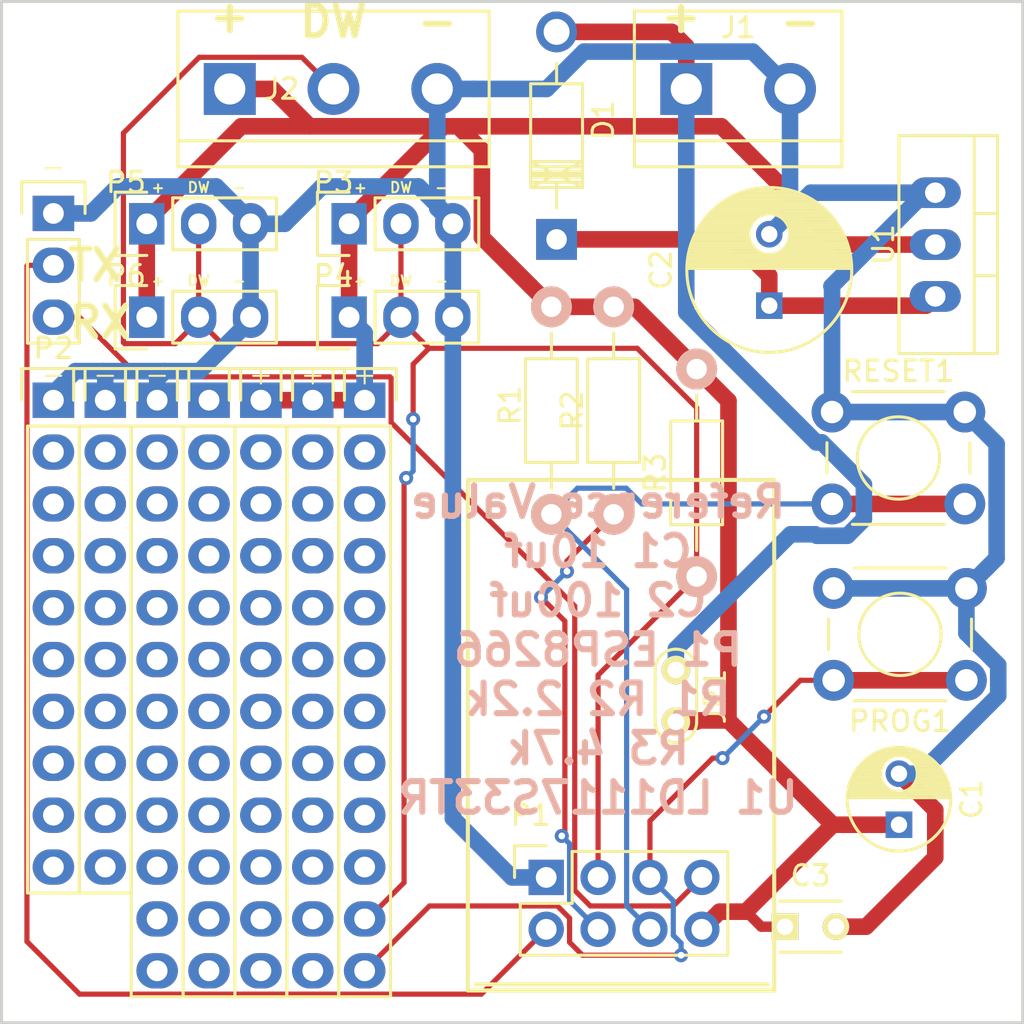
<source format=kicad_pcb>

(kicad_pcb
  (version 20171130)
  (host pcbnew "(5.1.12)-1")
  (general
    (thickness 1.6)
    (drawings 28)
    (tracks 212)
    (zones 0)
    (modules 30)
    (nets 11))
  (page A4)
  (layers
    (0 F.Cu mixed)
    (31 B.Cu mixed)
    (36 B.SilkS user hide)
    (37 F.SilkS user hide)
    (38 B.Mask user hide)
    (39 F.Mask user hide)
    (44 Edge.Cuts user)
    (47 F.CrtYd user hide))
  (setup
    (last_trace_width 0.1524)
    (user_trace_width 0.1524)
    (user_trace_width 0.254)
    (user_trace_width 0.381)
    (user_trace_width 0.508)
    (user_trace_width 0.8128)
    (trace_clearance 0.1524)
    (zone_clearance 0.508)
    (zone_45_only no)
    (trace_min 0.1524)
    (via_size 0.6858)
    (via_drill 0.3302)
    (via_min_size 0.6858)
    (via_min_drill 0.3302)
    (uvia_size 0.762)
    (uvia_drill 0.508)
    (uvias_allowed no)
    (uvia_min_size 0)
    (uvia_min_drill 0)
    (edge_width 0.15)
    (segment_width 0.2)
    (pcb_text_width 0.3)
    (pcb_text_size 1.5 1.5)
    (mod_edge_width 0.15)
    (mod_text_size 1 1)
    (mod_text_width 0.15)
    (pad_size 2.032 1.7272)
    (pad_drill 1.016)
    (pad_to_mask_clearance 0.2)
    (aux_axis_origin 134.62 64.3)
    (grid_origin 134.62 64.3)
    (visible_elements 7FFFFFFF)
    (pcbplotparams
      (layerselection 0x090f0_ffffffff)
      (usegerberextensions true)
      (usegerberattributes true)
      (usegerberadvancedattributes true)
      (creategerberjobfile true)
      (excludeedgelayer true)
      (linewidth 0.1)
      (plotframeref false)
      (viasonmask false)
      (mode 1)
      (useauxorigin true)
      (hpglpennumber 1)
      (hpglpenspeed 20)
      (hpglpendiameter 15.0)
      (psnegative false)
      (psa4output false)
      (plotreference true)
      (plotvalue true)
      (plotinvisibletext false)
      (padsonsilk false)
      (subtractmaskfromsilk false)
      (outputformat 1)
      (mirror false)
      (drillshape 0)
      (scaleselection 1)
      (outputdirectory "gerber/")))
  (net 0 "")
  (net 1 +3V3)
  (net 2 GND)
  (net 3 VCC)
  (net 4 TX)
  (net 5 RX)
  (net 6 VDD)
  (net 7 DW)
  (net 8 /CH_PD)
  (net 9 /PROG)
  (net 10 /RST)
  (net_class Default "This is the default net class."
    (clearance 0.1524)
    (trace_width 0.1524)
    (via_dia 0.6858)
    (via_drill 0.3302)
    (uvia_dia 0.762)
    (uvia_drill 0.508)
    (add_net +3V3)
    (add_net /CH_PD)
    (add_net /PROG)
    (add_net /RST)
    (add_net DW)
    (add_net GND)
    (add_net RX)
    (add_net TX)
    (add_net VCC)
    (add_net VDD))
  (net_class test ""
    (clearance 0.3048)
    (trace_width 0.3048)
    (via_dia 0.6858)
    (via_drill 0.3302)
    (uvia_dia 0.762)
    (uvia_drill 0.508))
  (module Socket_Strips:Socket_Strip_Straight_2x04 placed
    (layer F.Cu)
    (tedit 5824EDD2)
    (tstamp 5826DC87)
    (at 161.29 107.188)
    (descr "Through hole socket strip")
    (tags "socket strip")
    (path /5823A171)
    (fp_text reference P1
      (at -0.762 -3.048)
      (layer F.SilkS)
      (effects
        (font
          (size 1 1)
          (thickness 0.15))))
    (fp_text value CONN_02X04
      (at 0 -3.1)
      (layer F.Fab)
      (effects
        (font
          (size 1 1)
          (thickness 0.15))))
    (fp_line
      (start -1.55 -1.55)
      (end -1.55 0)
      (layer F.SilkS)
      (width 0.15))
    (fp_line
      (start 1.27 1.27)
      (end 1.27 -1.27)
      (layer F.SilkS)
      (width 0.15))
    (fp_line
      (start -1.27 1.27)
      (end 1.27 1.27)
      (layer F.SilkS)
      (width 0.15))
    (fp_line
      (start 0 -1.55)
      (end -1.55 -1.55)
      (layer F.SilkS)
      (width 0.15))
    (fp_line
      (start -1.27 3.81)
      (end -1.27 1.27)
      (layer F.SilkS)
      (width 0.15))
    (fp_line
      (start 8.89 3.81)
      (end -1.27 3.81)
      (layer F.SilkS)
      (width 0.15))
    (fp_line
      (start 8.89 -1.27)
      (end 8.89 3.81)
      (layer F.SilkS)
      (width 0.15))
    (fp_line
      (start 1.27 -1.27)
      (end 8.89 -1.27)
      (layer F.SilkS)
      (width 0.15))
    (fp_line
      (start -1.75 4.3)
      (end 9.4 4.3)
      (layer F.CrtYd)
      (width 0.05))
    (fp_line
      (start -1.75 -1.75)
      (end 9.4 -1.75)
      (layer F.CrtYd)
      (width 0.05))
    (fp_line
      (start 9.4 -1.75)
      (end 9.4 4.3)
      (layer F.CrtYd)
      (width 0.05))
    (fp_line
      (start -1.75 -1.75)
      (end -1.75 4.3)
      (layer F.CrtYd)
      (width 0.05))
    (pad 1 thru_hole rect
      (at 0 0)
      (size 1.7272 1.7272)
      (drill 1.016)
      (layers *.Cu *.Mask)
      (net 2 GND))
    (pad 2 thru_hole oval
      (at 0 2.54)
      (size 1.7272 1.7272)
      (drill 1.016)
      (layers *.Cu *.Mask)
      (net 4 TX))
    (pad 3 thru_hole oval
      (at 2.54 0)
      (size 1.7272 1.7272)
      (drill 1.016)
      (layers *.Cu *.Mask)
      (net 7 DW))
    (pad 4 thru_hole oval
      (at 2.54 2.54)
      (size 1.7272 1.7272)
      (drill 1.016)
      (layers *.Cu *.Mask)
      (net 8 /CH_PD))
    (pad 5 thru_hole oval
      (at 5.08 0)
      (size 1.7272 1.7272)
      (drill 1.016)
      (layers *.Cu *.Mask)
      (net 9 /PROG))
    (pad 6 thru_hole oval
      (at 5.08 2.54)
      (size 1.7272 1.7272)
      (drill 1.016)
      (layers *.Cu *.Mask)
      (net 10 /RST))
    (pad 7 thru_hole oval
      (at 7.62 0)
      (size 1.7272 1.7272)
      (drill 1.016)
      (layers *.Cu *.Mask)
      (net 5 RX))
    (pad 8 thru_hole oval
      (at 7.62 2.54)
      (size 1.7272 1.7272)
      (drill 1.016)
      (layers *.Cu *.Mask)
      (net 1 +3V3))
    (model Socket_Strips.3dshapes/Socket_Strip_Straight_2x04.wrl
      (offset
        (xyz 3.809999942779541 -1.269999980926514 0))
      (scale
        (xyz 1 1 1))
      (rotate
        (xyz 0 0 180))))
  (module Pin_Headers:Pin_Header_Straight_1x12
    (layer F.Cu)
    (tedit 5824E9C7)
    (tstamp 58346C78)
    (at 149.86 83.82)
    (descr "Through hole pin header")
    (tags "pin header")
    (fp_text reference REF**_11
      (at 0 -5.1)
      (layer F.SilkS) hide
      (effects
        (font
          (size 1 1)
          (thickness 0.15))))
    (fp_text value Pin_Header_Straight_1x12
      (at 0 -3.1)
      (layer F.Fab)
      (effects
        (font
          (size 1 1)
          (thickness 0.15))))
    (fp_line
      (start -1.55 -1.55)
      (end 1.55 -1.55)
      (layer F.SilkS)
      (width 0.15))
    (fp_line
      (start -1.55 0)
      (end -1.55 -1.55)
      (layer F.SilkS)
      (width 0.15))
    (fp_line
      (start 1.27 1.27)
      (end -1.27 1.27)
      (layer F.SilkS)
      (width 0.15))
    (fp_line
      (start 1.55 -1.55)
      (end 1.55 0)
      (layer F.SilkS)
      (width 0.15))
    (fp_line
      (start -1.27 29.21)
      (end -1.27 1.27)
      (layer F.SilkS)
      (width 0.15))
    (fp_line
      (start 1.27 29.21)
      (end -1.27 29.21)
      (layer F.SilkS)
      (width 0.15))
    (fp_line
      (start 1.27 1.27)
      (end 1.27 29.21)
      (layer F.SilkS)
      (width 0.15))
    (fp_line
      (start -1.75 29.7)
      (end 1.75 29.7)
      (layer F.CrtYd)
      (width 0.05))
    (fp_line
      (start -1.75 -1.75)
      (end 1.75 -1.75)
      (layer F.CrtYd)
      (width 0.05))
    (fp_line
      (start 1.75 -1.75)
      (end 1.75 29.7)
      (layer F.CrtYd)
      (width 0.05))
    (fp_line
      (start -1.75 -1.75)
      (end -1.75 29.7)
      (layer F.CrtYd)
      (width 0.05))
    (pad 1 thru_hole rect
      (at 0 0)
      (size 2.032 1.7272)
      (drill 1.016)
      (layers *.Cu *.Mask)
      (net 1 +3V3))
    (pad 2 thru_hole oval
      (at 0 2.54)
      (size 2.032 1.7272)
      (drill 1.016)
      (layers *.Cu *.Mask))
    (pad 3 thru_hole oval
      (at 0 5.08)
      (size 2.032 1.7272)
      (drill 1.016)
      (layers *.Cu *.Mask))
    (pad 4 thru_hole oval
      (at 0 7.62)
      (size 2.032 1.7272)
      (drill 1.016)
      (layers *.Cu *.Mask))
    (pad 5 thru_hole oval
      (at 0 10.16)
      (size 2.032 1.7272)
      (drill 1.016)
      (layers *.Cu *.Mask))
    (pad 6 thru_hole oval
      (at 0 12.7)
      (size 2.032 1.7272)
      (drill 1.016)
      (layers *.Cu *.Mask))
    (pad 7 thru_hole oval
      (at 0 15.24)
      (size 2.032 1.7272)
      (drill 1.016)
      (layers *.Cu *.Mask))
    (pad 8 thru_hole oval
      (at 0 17.78)
      (size 2.032 1.7272)
      (drill 1.016)
      (layers *.Cu *.Mask))
    (pad 9 thru_hole oval
      (at 0 20.32)
      (size 2.032 1.7272)
      (drill 1.016)
      (layers *.Cu *.Mask))
    (pad 10 thru_hole oval
      (at 0 22.86)
      (size 2.032 1.7272)
      (drill 1.016)
      (layers *.Cu *.Mask))
    (pad 11 thru_hole oval
      (at 0 25.4)
      (size 2.032 1.7272)
      (drill 1.016)
      (layers *.Cu *.Mask))
    (pad 12 thru_hole oval
      (at 0 27.94)
      (size 2.032 1.7272)
      (drill 1.016)
      (layers *.Cu *.Mask)))
  (module Pin_Headers:Pin_Header_Straight_1x12
    (layer F.Cu)
    (tedit 5824E9D6)
    (tstamp 58346C5E)
    (at 147.32 83.82)
    (descr "Through hole pin header")
    (tags "pin header")
    (fp_text reference REF**_10
      (at 0 -5.1)
      (layer F.SilkS) hide
      (effects
        (font
          (size 1 1)
          (thickness 0.15))))
    (fp_text value Pin_Header_Straight_1x12
      (at 0 -3.1)
      (layer F.Fab)
      (effects
        (font
          (size 1 1)
          (thickness 0.15))))
    (fp_line
      (start -1.55 -1.55)
      (end 1.55 -1.55)
      (layer F.SilkS)
      (width 0.15))
    (fp_line
      (start -1.55 0)
      (end -1.55 -1.55)
      (layer F.SilkS)
      (width 0.15))
    (fp_line
      (start 1.27 1.27)
      (end -1.27 1.27)
      (layer F.SilkS)
      (width 0.15))
    (fp_line
      (start 1.55 -1.55)
      (end 1.55 0)
      (layer F.SilkS)
      (width 0.15))
    (fp_line
      (start -1.27 29.21)
      (end -1.27 1.27)
      (layer F.SilkS)
      (width 0.15))
    (fp_line
      (start 1.27 29.21)
      (end -1.27 29.21)
      (layer F.SilkS)
      (width 0.15))
    (fp_line
      (start 1.27 1.27)
      (end 1.27 29.21)
      (layer F.SilkS)
      (width 0.15))
    (fp_line
      (start -1.75 29.7)
      (end 1.75 29.7)
      (layer F.CrtYd)
      (width 0.05))
    (fp_line
      (start -1.75 -1.75)
      (end 1.75 -1.75)
      (layer F.CrtYd)
      (width 0.05))
    (fp_line
      (start 1.75 -1.75)
      (end 1.75 29.7)
      (layer F.CrtYd)
      (width 0.05))
    (fp_line
      (start -1.75 -1.75)
      (end -1.75 29.7)
      (layer F.CrtYd)
      (width 0.05))
    (pad 1 thru_hole rect
      (at 0 0)
      (size 2.032 1.7272)
      (drill 1.016)
      (layers *.Cu *.Mask)
      (net 1 +3V3))
    (pad 2 thru_hole oval
      (at 0 2.54)
      (size 2.032 1.7272)
      (drill 1.016)
      (layers *.Cu *.Mask))
    (pad 3 thru_hole oval
      (at 0 5.08)
      (size 2.032 1.7272)
      (drill 1.016)
      (layers *.Cu *.Mask))
    (pad 4 thru_hole oval
      (at 0 7.62)
      (size 2.032 1.7272)
      (drill 1.016)
      (layers *.Cu *.Mask))
    (pad 5 thru_hole oval
      (at 0 10.16)
      (size 2.032 1.7272)
      (drill 1.016)
      (layers *.Cu *.Mask))
    (pad 6 thru_hole oval
      (at 0 12.7)
      (size 2.032 1.7272)
      (drill 1.016)
      (layers *.Cu *.Mask))
    (pad 7 thru_hole oval
      (at 0 15.24)
      (size 2.032 1.7272)
      (drill 1.016)
      (layers *.Cu *.Mask))
    (pad 8 thru_hole oval
      (at 0 17.78)
      (size 2.032 1.7272)
      (drill 1.016)
      (layers *.Cu *.Mask))
    (pad 9 thru_hole oval
      (at 0 20.32)
      (size 2.032 1.7272)
      (drill 1.016)
      (layers *.Cu *.Mask))
    (pad 10 thru_hole oval
      (at 0 22.86)
      (size 2.032 1.7272)
      (drill 1.016)
      (layers *.Cu *.Mask))
    (pad 11 thru_hole oval
      (at 0 25.4)
      (size 2.032 1.7272)
      (drill 1.016)
      (layers *.Cu *.Mask))
    (pad 12 thru_hole oval
      (at 0 27.94)
      (size 2.032 1.7272)
      (drill 1.016)
      (layers *.Cu *.Mask)))
  (module Pin_Headers:Pin_Header_Straight_1x12
    (layer F.Cu)
    (tedit 5824E9DB)
    (tstamp 58346C44)
    (at 144.78 83.82)
    (descr "Through hole pin header")
    (tags "pin header")
    (fp_text reference REF**_9
      (at 0 -5.1)
      (layer F.SilkS) hide
      (effects
        (font
          (size 1 1)
          (thickness 0.15))))
    (fp_text value Pin_Header_Straight_1x12
      (at 0 -3.1)
      (layer F.Fab)
      (effects
        (font
          (size 1 1)
          (thickness 0.15))))
    (fp_line
      (start -1.55 -1.55)
      (end 1.55 -1.55)
      (layer F.SilkS)
      (width 0.15))
    (fp_line
      (start -1.55 0)
      (end -1.55 -1.55)
      (layer F.SilkS)
      (width 0.15))
    (fp_line
      (start 1.27 1.27)
      (end -1.27 1.27)
      (layer F.SilkS)
      (width 0.15))
    (fp_line
      (start 1.55 -1.55)
      (end 1.55 0)
      (layer F.SilkS)
      (width 0.15))
    (fp_line
      (start -1.27 29.21)
      (end -1.27 1.27)
      (layer F.SilkS)
      (width 0.15))
    (fp_line
      (start 1.27 29.21)
      (end -1.27 29.21)
      (layer F.SilkS)
      (width 0.15))
    (fp_line
      (start 1.27 1.27)
      (end 1.27 29.21)
      (layer F.SilkS)
      (width 0.15))
    (fp_line
      (start -1.75 29.7)
      (end 1.75 29.7)
      (layer F.CrtYd)
      (width 0.05))
    (fp_line
      (start -1.75 -1.75)
      (end 1.75 -1.75)
      (layer F.CrtYd)
      (width 0.05))
    (fp_line
      (start 1.75 -1.75)
      (end 1.75 29.7)
      (layer F.CrtYd)
      (width 0.05))
    (fp_line
      (start -1.75 -1.75)
      (end -1.75 29.7)
      (layer F.CrtYd)
      (width 0.05))
    (pad 1 thru_hole rect
      (at 0 0)
      (size 2.032 1.7272)
      (drill 1.016)
      (layers *.Cu *.Mask))
    (pad 2 thru_hole oval
      (at 0 2.54)
      (size 2.032 1.7272)
      (drill 1.016)
      (layers *.Cu *.Mask))
    (pad 3 thru_hole oval
      (at 0 5.08)
      (size 2.032 1.7272)
      (drill 1.016)
      (layers *.Cu *.Mask))
    (pad 4 thru_hole oval
      (at 0 7.62)
      (size 2.032 1.7272)
      (drill 1.016)
      (layers *.Cu *.Mask))
    (pad 5 thru_hole oval
      (at 0 10.16)
      (size 2.032 1.7272)
      (drill 1.016)
      (layers *.Cu *.Mask))
    (pad 6 thru_hole oval
      (at 0 12.7)
      (size 2.032 1.7272)
      (drill 1.016)
      (layers *.Cu *.Mask))
    (pad 7 thru_hole oval
      (at 0 15.24)
      (size 2.032 1.7272)
      (drill 1.016)
      (layers *.Cu *.Mask))
    (pad 8 thru_hole oval
      (at 0 17.78)
      (size 2.032 1.7272)
      (drill 1.016)
      (layers *.Cu *.Mask))
    (pad 9 thru_hole oval
      (at 0 20.32)
      (size 2.032 1.7272)
      (drill 1.016)
      (layers *.Cu *.Mask))
    (pad 10 thru_hole oval
      (at 0 22.86)
      (size 2.032 1.7272)
      (drill 1.016)
      (layers *.Cu *.Mask))
    (pad 11 thru_hole oval
      (at 0 25.4)
      (size 2.032 1.7272)
      (drill 1.016)
      (layers *.Cu *.Mask))
    (pad 12 thru_hole oval
      (at 0 27.94)
      (size 2.032 1.7272)
      (drill 1.016)
      (layers *.Cu *.Mask)))
  (module Pin_Headers:Pin_Header_Straight_1x12
    (layer F.Cu)
    (tedit 5824E9E0)
    (tstamp 58346C2A)
    (at 142.24 83.82)
    (descr "Through hole pin header")
    (tags "pin header")
    (fp_text reference REF**_8
      (at 0 -5.1)
      (layer F.SilkS) hide
      (effects
        (font
          (size 1 1)
          (thickness 0.15))))
    (fp_text value Pin_Header_Straight_1x12
      (at 0 -3.1)
      (layer F.Fab)
      (effects
        (font
          (size 1 1)
          (thickness 0.15))))
    (fp_line
      (start -1.55 -1.55)
      (end 1.55 -1.55)
      (layer F.SilkS)
      (width 0.15))
    (fp_line
      (start -1.55 0)
      (end -1.55 -1.55)
      (layer F.SilkS)
      (width 0.15))
    (fp_line
      (start 1.27 1.27)
      (end -1.27 1.27)
      (layer F.SilkS)
      (width 0.15))
    (fp_line
      (start 1.55 -1.55)
      (end 1.55 0)
      (layer F.SilkS)
      (width 0.15))
    (fp_line
      (start -1.27 29.21)
      (end -1.27 1.27)
      (layer F.SilkS)
      (width 0.15))
    (fp_line
      (start 1.27 29.21)
      (end -1.27 29.21)
      (layer F.SilkS)
      (width 0.15))
    (fp_line
      (start 1.27 1.27)
      (end 1.27 29.21)
      (layer F.SilkS)
      (width 0.15))
    (fp_line
      (start -1.75 29.7)
      (end 1.75 29.7)
      (layer F.CrtYd)
      (width 0.05))
    (fp_line
      (start -1.75 -1.75)
      (end 1.75 -1.75)
      (layer F.CrtYd)
      (width 0.05))
    (fp_line
      (start 1.75 -1.75)
      (end 1.75 29.7)
      (layer F.CrtYd)
      (width 0.05))
    (fp_line
      (start -1.75 -1.75)
      (end -1.75 29.7)
      (layer F.CrtYd)
      (width 0.05))
    (pad 1 thru_hole rect
      (at 0 0)
      (size 2.032 1.7272)
      (drill 1.016)
      (layers *.Cu *.Mask)
      (net 2 GND))
    (pad 2 thru_hole oval
      (at 0 2.54)
      (size 2.032 1.7272)
      (drill 1.016)
      (layers *.Cu *.Mask))
    (pad 3 thru_hole oval
      (at 0 5.08)
      (size 2.032 1.7272)
      (drill 1.016)
      (layers *.Cu *.Mask))
    (pad 4 thru_hole oval
      (at 0 7.62)
      (size 2.032 1.7272)
      (drill 1.016)
      (layers *.Cu *.Mask))
    (pad 5 thru_hole oval
      (at 0 10.16)
      (size 2.032 1.7272)
      (drill 1.016)
      (layers *.Cu *.Mask))
    (pad 6 thru_hole oval
      (at 0 12.7)
      (size 2.032 1.7272)
      (drill 1.016)
      (layers *.Cu *.Mask))
    (pad 7 thru_hole oval
      (at 0 15.24)
      (size 2.032 1.7272)
      (drill 1.016)
      (layers *.Cu *.Mask))
    (pad 8 thru_hole oval
      (at 0 17.78)
      (size 2.032 1.7272)
      (drill 1.016)
      (layers *.Cu *.Mask))
    (pad 9 thru_hole oval
      (at 0 20.32)
      (size 2.032 1.7272)
      (drill 1.016)
      (layers *.Cu *.Mask))
    (pad 10 thru_hole oval
      (at 0 22.86)
      (size 2.032 1.7272)
      (drill 1.016)
      (layers *.Cu *.Mask))
    (pad 11 thru_hole oval
      (at 0 25.4)
      (size 2.032 1.7272)
      (drill 1.016)
      (layers *.Cu *.Mask))
    (pad 12 thru_hole oval
      (at 0 27.94)
      (size 2.032 1.7272)
      (drill 1.016)
      (layers *.Cu *.Mask)))
  (module Pin_Headers:Pin_Header_Straight_1x10
    (layer F.Cu)
    (tedit 5824E9BF)
    (tstamp 58346C12)
    (at 139.7 83.82)
    (descr "Through hole pin header")
    (tags "pin header")
    (fp_text reference REF**_7
      (at 0 -5.1)
      (layer F.SilkS) hide
      (effects
        (font
          (size 1 1)
          (thickness 0.15))))
    (fp_text value Pin_Header_Straight_1x10
      (at 0 -3.1)
      (layer F.Fab)
      (effects
        (font
          (size 1 1)
          (thickness 0.15))))
    (fp_line
      (start -1.55 -1.55)
      (end 1.55 -1.55)
      (layer F.SilkS)
      (width 0.15))
    (fp_line
      (start -1.55 0)
      (end -1.55 -1.55)
      (layer F.SilkS)
      (width 0.15))
    (fp_line
      (start 1.27 1.27)
      (end -1.27 1.27)
      (layer F.SilkS)
      (width 0.15))
    (fp_line
      (start 1.55 -1.55)
      (end 1.55 0)
      (layer F.SilkS)
      (width 0.15))
    (fp_line
      (start -1.27 24.13)
      (end -1.27 1.27)
      (layer F.SilkS)
      (width 0.15))
    (fp_line
      (start 1.27 24.13)
      (end -1.27 24.13)
      (layer F.SilkS)
      (width 0.15))
    (fp_line
      (start 1.27 1.27)
      (end 1.27 24.13)
      (layer F.SilkS)
      (width 0.15))
    (fp_line
      (start -1.75 24.65)
      (end 1.75 24.65)
      (layer F.CrtYd)
      (width 0.05))
    (fp_line
      (start -1.75 -1.75)
      (end 1.75 -1.75)
      (layer F.CrtYd)
      (width 0.05))
    (fp_line
      (start 1.75 -1.75)
      (end 1.75 24.65)
      (layer F.CrtYd)
      (width 0.05))
    (fp_line
      (start -1.75 -1.75)
      (end -1.75 24.65)
      (layer F.CrtYd)
      (width 0.05))
    (pad 1 thru_hole rect
      (at 0 0)
      (size 2.032 1.7272)
      (drill 1.016)
      (layers *.Cu *.Mask)
      (net 2 GND))
    (pad 2 thru_hole oval
      (at 0 2.54)
      (size 2.032 1.7272)
      (drill 1.016)
      (layers *.Cu *.Mask))
    (pad 3 thru_hole oval
      (at 0 5.08)
      (size 2.032 1.7272)
      (drill 1.016)
      (layers *.Cu *.Mask))
    (pad 4 thru_hole oval
      (at 0 7.62)
      (size 2.032 1.7272)
      (drill 1.016)
      (layers *.Cu *.Mask))
    (pad 5 thru_hole oval
      (at 0 10.16)
      (size 2.032 1.7272)
      (drill 1.016)
      (layers *.Cu *.Mask))
    (pad 6 thru_hole oval
      (at 0 12.7)
      (size 2.032 1.7272)
      (drill 1.016)
      (layers *.Cu *.Mask))
    (pad 7 thru_hole oval
      (at 0 15.24)
      (size 2.032 1.7272)
      (drill 1.016)
      (layers *.Cu *.Mask))
    (pad 8 thru_hole oval
      (at 0 17.78)
      (size 2.032 1.7272)
      (drill 1.016)
      (layers *.Cu *.Mask))
    (pad 9 thru_hole oval
      (at 0 20.32)
      (size 2.032 1.7272)
      (drill 1.016)
      (layers *.Cu *.Mask))
    (pad 10 thru_hole oval
      (at 0 22.86)
      (size 2.032 1.7272)
      (drill 1.016)
      (layers *.Cu *.Mask)))
  (module Pin_Headers:Pin_Header_Straight_1x12
    (layer F.Cu)
    (tedit 58251AA8)
    (tstamp 5.824e+258)
    (at 152.4 83.82)
    (descr "Through hole pin header")
    (tags "pin header")
    (fp_text reference REF**_6
      (at 0 -5.1)
      (layer F.SilkS) hide
      (effects
        (font
          (size 1 1)
          (thickness 0.15))))
    (fp_text value Pin_Header_Straight_1x12
      (at 0 -3.1)
      (layer F.Fab)
      (effects
        (font
          (size 1 1)
          (thickness 0.15))))
    (fp_line
      (start -1.75 -1.75)
      (end -1.75 29.7)
      (layer F.CrtYd)
      (width 0.05))
    (fp_line
      (start 1.75 -1.75)
      (end 1.75 29.7)
      (layer F.CrtYd)
      (width 0.05))
    (fp_line
      (start -1.75 -1.75)
      (end 1.75 -1.75)
      (layer F.CrtYd)
      (width 0.05))
    (fp_line
      (start -1.75 29.7)
      (end 1.75 29.7)
      (layer F.CrtYd)
      (width 0.05))
    (fp_line
      (start 1.27 1.27)
      (end 1.27 29.21)
      (layer F.SilkS)
      (width 0.15))
    (fp_line
      (start 1.27 29.21)
      (end -1.27 29.21)
      (layer F.SilkS)
      (width 0.15))
    (fp_line
      (start -1.27 29.21)
      (end -1.27 1.27)
      (layer F.SilkS)
      (width 0.15))
    (fp_line
      (start 1.55 -1.55)
      (end 1.55 0)
      (layer F.SilkS)
      (width 0.15))
    (fp_line
      (start 1.27 1.27)
      (end -1.27 1.27)
      (layer F.SilkS)
      (width 0.15))
    (fp_line
      (start -1.55 0)
      (end -1.55 -1.55)
      (layer F.SilkS)
      (width 0.15))
    (fp_line
      (start -1.55 -1.55)
      (end 1.55 -1.55)
      (layer F.SilkS)
      (width 0.15))
    (pad 12 thru_hole oval
      (at 0 27.94)
      (size 2.032 1.7272)
      (drill 1.016)
      (layers *.Cu *.Mask)
      (net 9 /PROG))
    (pad 11 thru_hole oval
      (at 0 25.4)
      (size 2.032 1.7272)
      (drill 1.016)
      (layers *.Cu *.Mask)
      (net 7 DW))
    (pad 10 thru_hole oval
      (at 0 22.86)
      (size 2.032 1.7272)
      (drill 1.016)
      (layers *.Cu *.Mask))
    (pad 9 thru_hole oval
      (at 0 20.32)
      (size 2.032 1.7272)
      (drill 1.016)
      (layers *.Cu *.Mask))
    (pad 8 thru_hole oval
      (at 0 17.78)
      (size 2.032 1.7272)
      (drill 1.016)
      (layers *.Cu *.Mask))
    (pad 7 thru_hole oval
      (at 0 15.24)
      (size 2.032 1.7272)
      (drill 1.016)
      (layers *.Cu *.Mask))
    (pad 6 thru_hole oval
      (at 0 12.7)
      (size 2.032 1.7272)
      (drill 1.016)
      (layers *.Cu *.Mask))
    (pad 5 thru_hole oval
      (at 0 10.16)
      (size 2.032 1.7272)
      (drill 1.016)
      (layers *.Cu *.Mask))
    (pad 4 thru_hole oval
      (at 0 7.62)
      (size 2.032 1.7272)
      (drill 1.016)
      (layers *.Cu *.Mask))
    (pad 3 thru_hole oval
      (at 0 5.08)
      (size 2.032 1.7272)
      (drill 1.016)
      (layers *.Cu *.Mask))
    (pad 2 thru_hole oval
      (at 0 2.54)
      (size 2.032 1.7272)
      (drill 1.016)
      (layers *.Cu *.Mask))
    (pad 1 thru_hole rect
      (at 0 0)
      (size 2.032 1.7272)
      (drill 1.016)
      (layers *.Cu *.Mask)
      (net 1 +3V3)))
  (module Pin_Headers:Pin_Header_Straight_1x10
    (layer F.Cu)
    (tedit 5824E9B8)
    (tstamp 5.824e+249)
    (at 137.16 83.82)
    (descr "Through hole pin header")
    (tags "pin header")
    (fp_text reference REF**_5
      (at 0 -5.1)
      (layer F.SilkS) hide
      (effects
        (font
          (size 1 1)
          (thickness 0.15))))
    (fp_text value Pin_Header_Straight_1x10
      (at 0 -3.1)
      (layer F.Fab)
      (effects
        (font
          (size 1 1)
          (thickness 0.15))))
    (fp_line
      (start -1.75 -1.75)
      (end -1.75 24.65)
      (layer F.CrtYd)
      (width 0.05))
    (fp_line
      (start 1.75 -1.75)
      (end 1.75 24.65)
      (layer F.CrtYd)
      (width 0.05))
    (fp_line
      (start -1.75 -1.75)
      (end 1.75 -1.75)
      (layer F.CrtYd)
      (width 0.05))
    (fp_line
      (start -1.75 24.65)
      (end 1.75 24.65)
      (layer F.CrtYd)
      (width 0.05))
    (fp_line
      (start 1.27 1.27)
      (end 1.27 24.13)
      (layer F.SilkS)
      (width 0.15))
    (fp_line
      (start 1.27 24.13)
      (end -1.27 24.13)
      (layer F.SilkS)
      (width 0.15))
    (fp_line
      (start -1.27 24.13)
      (end -1.27 1.27)
      (layer F.SilkS)
      (width 0.15))
    (fp_line
      (start 1.55 -1.55)
      (end 1.55 0)
      (layer F.SilkS)
      (width 0.15))
    (fp_line
      (start 1.27 1.27)
      (end -1.27 1.27)
      (layer F.SilkS)
      (width 0.15))
    (fp_line
      (start -1.55 0)
      (end -1.55 -1.55)
      (layer F.SilkS)
      (width 0.15))
    (fp_line
      (start -1.55 -1.55)
      (end 1.55 -1.55)
      (layer F.SilkS)
      (width 0.15))
    (pad 10 thru_hole oval
      (at 0 22.86)
      (size 2.032 1.7272)
      (drill 1.016)
      (layers *.Cu *.Mask))
    (pad 9 thru_hole oval
      (at 0 20.32)
      (size 2.032 1.7272)
      (drill 1.016)
      (layers *.Cu *.Mask))
    (pad 8 thru_hole oval
      (at 0 17.78)
      (size 2.032 1.7272)
      (drill 1.016)
      (layers *.Cu *.Mask))
    (pad 7 thru_hole oval
      (at 0 15.24)
      (size 2.032 1.7272)
      (drill 1.016)
      (layers *.Cu *.Mask))
    (pad 6 thru_hole oval
      (at 0 12.7)
      (size 2.032 1.7272)
      (drill 1.016)
      (layers *.Cu *.Mask))
    (pad 5 thru_hole oval
      (at 0 10.16)
      (size 2.032 1.7272)
      (drill 1.016)
      (layers *.Cu *.Mask))
    (pad 4 thru_hole oval
      (at 0 7.62)
      (size 2.032 1.7272)
      (drill 1.016)
      (layers *.Cu *.Mask))
    (pad 3 thru_hole oval
      (at 0 5.08)
      (size 2.032 1.7272)
      (drill 1.016)
      (layers *.Cu *.Mask))
    (pad 2 thru_hole oval
      (at 0 2.54)
      (size 2.032 1.7272)
      (drill 1.016)
      (layers *.Cu *.Mask))
    (pad 1 thru_hole rect
      (at 0 0)
      (size 2.032 1.7272)
      (drill 1.016)
      (layers *.Cu *.Mask)
      (net 2 GND)))
  (module Mounting_Holes:MountingHole_3.2mm_M3 locked
    (layer F.Cu)
    (tedit 5823DCDE)
    (tstamp 583BFDCF)
    (at 180.62 68.3)
    (descr "Mounting Hole 3.2mm, no annular, M3")
    (tags "mounting hole 3.2mm no annular m3")
    (fp_text reference REF**_4
      (at 0 -4.2)
      (layer F.SilkS) hide
      (effects
        (font
          (size 1 1)
          (thickness 0.15))))
    (fp_text value MountingHole_3.2mm_M3
      (at 0 4.2)
      (layer F.Fab)
      (effects
        (font
          (size 1 1)
          (thickness 0.15))))
    (fp_circle
      (center 0 0)
      (end 3.45 0)
      (layer F.CrtYd)
      (width 0.05))
    (fp_circle
      (center 0 0)
      (end 3.2 0)
      (layer Cmts.User)
      (width 0.15))
    (pad 1 np_thru_hole circle
      (at 0 0)
      (size 3.2 3.2)
      (drill 3.2)
      (layers *.Cu *.Mask)))
  (module Mounting_Holes:MountingHole_3.2mm_M3 locked
    (layer F.Cu)
    (tedit 5823DCD7)
    (tstamp 583BFDC9)
    (at 138.62 68.3)
    (descr "Mounting Hole 3.2mm, no annular, M3")
    (tags "mounting hole 3.2mm no annular m3")
    (fp_text reference REF**_3
      (at 0 -4.2)
      (layer F.SilkS) hide
      (effects
        (font
          (size 1 1)
          (thickness 0.15))))
    (fp_text value MountingHole_3.2mm_M3
      (at 0 4.2)
      (layer F.Fab)
      (effects
        (font
          (size 1 1)
          (thickness 0.15))))
    (fp_circle
      (center 0 0)
      (end 3.45 0)
      (layer F.CrtYd)
      (width 0.05))
    (fp_circle
      (center 0 0)
      (end 3.2 0)
      (layer Cmts.User)
      (width 0.15))
    (pad 1 np_thru_hole circle
      (at 0 0)
      (size 3.2 3.2)
      (drill 3.2)
      (layers *.Cu *.Mask)))
  (module Mounting_Holes:MountingHole_3.2mm_M3 locked
    (layer F.Cu)
    (tedit 5823DCEA)
    (tstamp 583BFDC3)
    (at 138.62 110.3)
    (descr "Mounting Hole 3.2mm, no annular, M3")
    (tags "mounting hole 3.2mm no annular m3")
    (fp_text reference REF**_2
      (at 0 -4.2)
      (layer F.SilkS) hide
      (effects
        (font
          (size 1 1)
          (thickness 0.15))))
    (fp_text value MountingHole_3.2mm_M3
      (at 0 4.2)
      (layer F.Fab)
      (effects
        (font
          (size 1 1)
          (thickness 0.15))))
    (fp_circle
      (center 0 0)
      (end 3.45 0)
      (layer F.CrtYd)
      (width 0.05))
    (fp_circle
      (center 0 0)
      (end 3.2 0)
      (layer Cmts.User)
      (width 0.15))
    (pad 1 np_thru_hole circle
      (at 0 0)
      (size 3.2 3.2)
      (drill 3.2)
      (layers *.Cu *.Mask)))
  (module Capacitors_THT:C_Radial_D5_L6_P2.5 placed
    (layer F.Cu)
    (tedit 0)
    (tstamp 5826DC62)
    (at 178.562 104.608 90)
    (descr "Radial Electrolytic Capacitor Diameter 5mm x Length 6mm, Pitch 2.5mm")
    (tags "Electrolytic Capacitor")
    (path /5823A471)
    (fp_text reference C1
      (at 1.25 3.556 90)
      (layer F.SilkS)
      (effects
        (font
          (size 1 1)
          (thickness 0.15))))
    (fp_text value 10uf
      (at 1.25 3.8 90)
      (layer F.Fab)
      (effects
        (font
          (size 1 1)
          (thickness 0.15))))
    (fp_circle
      (center 1.25 0)
      (end 1.25 -2.8)
      (layer F.CrtYd)
      (width 0.05))
    (fp_circle
      (center 1.25 0)
      (end 1.25 -2.5375)
      (layer F.SilkS)
      (width 0.15))
    (fp_circle
      (center 2.5 0)
      (end 2.5 -0.9)
      (layer F.SilkS)
      (width 0.15))
    (fp_line
      (start 3.705 -0.472)
      (end 3.705 0.472)
      (layer F.SilkS)
      (width 0.15))
    (fp_line
      (start 3.565 -0.944)
      (end 3.565 0.944)
      (layer F.SilkS)
      (width 0.15))
    (fp_line
      (start 3.425 -1.233)
      (end 3.425 1.233)
      (layer F.SilkS)
      (width 0.15))
    (fp_line
      (start 3.285 0.44)
      (end 3.285 1.452)
      (layer F.SilkS)
      (width 0.15))
    (fp_line
      (start 3.285 -1.452)
      (end 3.285 -0.44)
      (layer F.SilkS)
      (width 0.15))
    (fp_line
      (start 3.145 0.628)
      (end 3.145 1.631)
      (layer F.SilkS)
      (width 0.15))
    (fp_line
      (start 3.145 -1.631)
      (end 3.145 -0.628)
      (layer F.SilkS)
      (width 0.15))
    (fp_line
      (start 3.005 0.745)
      (end 3.005 1.78)
      (layer F.SilkS)
      (width 0.15))
    (fp_line
      (start 3.005 -1.78)
      (end 3.005 -0.745)
      (layer F.SilkS)
      (width 0.15))
    (fp_line
      (start 2.865 0.823)
      (end 2.865 1.908)
      (layer F.SilkS)
      (width 0.15))
    (fp_line
      (start 2.865 -1.908)
      (end 2.865 -0.823)
      (layer F.SilkS)
      (width 0.15))
    (fp_line
      (start 2.725 0.871)
      (end 2.725 2.019)
      (layer F.SilkS)
      (width 0.15))
    (fp_line
      (start 2.725 -2.019)
      (end 2.725 -0.871)
      (layer F.SilkS)
      (width 0.15))
    (fp_line
      (start 2.585 0.896)
      (end 2.585 2.114)
      (layer F.SilkS)
      (width 0.15))
    (fp_line
      (start 2.585 -2.114)
      (end 2.585 -0.896)
      (layer F.SilkS)
      (width 0.15))
    (fp_line
      (start 2.445 0.898)
      (end 2.445 2.196)
      (layer F.SilkS)
      (width 0.15))
    (fp_line
      (start 2.445 -2.196)
      (end 2.445 -0.898)
      (layer F.SilkS)
      (width 0.15))
    (fp_line
      (start 2.305 0.879)
      (end 2.305 2.266)
      (layer F.SilkS)
      (width 0.15))
    (fp_line
      (start 2.305 -2.266)
      (end 2.305 -0.879)
      (layer F.SilkS)
      (width 0.15))
    (fp_line
      (start 2.165 0.835)
      (end 2.165 2.327)
      (layer F.SilkS)
      (width 0.15))
    (fp_line
      (start 2.165 -2.327)
      (end 2.165 -0.835)
      (layer F.SilkS)
      (width 0.15))
    (fp_line
      (start 2.025 0.764)
      (end 2.025 2.377)
      (layer F.SilkS)
      (width 0.15))
    (fp_line
      (start 2.025 -2.377)
      (end 2.025 -0.764)
      (layer F.SilkS)
      (width 0.15))
    (fp_line
      (start 1.885 0.657)
      (end 1.885 2.418)
      (layer F.SilkS)
      (width 0.15))
    (fp_line
      (start 1.885 -2.418)
      (end 1.885 -0.657)
      (layer F.SilkS)
      (width 0.15))
    (fp_line
      (start 1.745 0.49)
      (end 1.745 2.451)
      (layer F.SilkS)
      (width 0.15))
    (fp_line
      (start 1.745 -2.451)
      (end 1.745 -0.49)
      (layer F.SilkS)
      (width 0.15))
    (fp_line
      (start 1.605 0.095)
      (end 1.605 2.475)
      (layer F.SilkS)
      (width 0.15))
    (fp_line
      (start 1.605 -2.475)
      (end 1.605 -0.095)
      (layer F.SilkS)
      (width 0.15))
    (fp_line
      (start 1.465 -2.491)
      (end 1.465 2.491)
      (layer F.SilkS)
      (width 0.15))
    (fp_line
      (start 1.325 -2.499)
      (end 1.325 2.499)
      (layer F.SilkS)
      (width 0.15))
    (pad 1 thru_hole rect
      (at 0 0 90)
      (size 1.3 1.3)
      (drill 0.8)
      (layers *.Cu *.Mask)
      (net 1 +3V3))
    (pad 2 thru_hole circle
      (at 2.5 0 90)
      (size 1.3 1.3)
      (drill 0.8)
      (layers *.Cu *.Mask)
      (net 2 GND))
    (model Capacitors_ThroughHole.3dshapes/C_Radial_D5_L6_P2.5.wrl
      (offset
        (xyz 1.250000021226883 0 0))
      (scale
        (xyz 1 1 1))
      (rotate
        (xyz 0 0 90))))
  (module Diodes_THT:Diode_DO-41_SOD81_Horizontal_RM10 placed
    (layer F.Cu)
    (tedit 552FFCCE)
    (tstamp 5826DC6E)
    (at 161.80054 75.946 90)
    (descr "Diode, DO-41, SOD81, Horizontal, RM 10mm,")
    (tags "Diode, DO-41, SOD81, Horizontal, RM 10mm, 1N4007, SB140,")
    (path /5823A53F)
    (fp_text reference D1
      (at 5.842 2.28346 90)
      (layer F.SilkS)
      (effects
        (font
          (size 1 1)
          (thickness 0.15))))
    (fp_text value D
      (at 4.37134 -3.55854 90)
      (layer F.Fab)
      (effects
        (font
          (size 1 1)
          (thickness 0.15))))
    (fp_line
      (start 7.62 1.26746)
      (end 2.54 1.26746)
      (layer F.SilkS)
      (width 0.15))
    (fp_line
      (start 7.62 -1.27254)
      (end 7.62 1.26746)
      (layer F.SilkS)
      (width 0.15))
    (fp_line
      (start 2.54 -1.27254)
      (end 7.62 -1.27254)
      (layer F.SilkS)
      (width 0.15))
    (fp_line
      (start 2.54 1.26746)
      (end 2.54 -1.27254)
      (layer F.SilkS)
      (width 0.15))
    (fp_line
      (start 3.175 -1.27254)
      (end 3.175 1.26746)
      (layer F.SilkS)
      (width 0.15))
    (fp_line
      (start 3.81 -1.27254)
      (end 3.81 1.26746)
      (layer F.SilkS)
      (width 0.15))
    (fp_line
      (start 2.54 -1.27254)
      (end 3.81 1.26746)
      (layer F.SilkS)
      (width 0.15))
    (fp_line
      (start 3.81 -1.27254)
      (end 2.54 1.26746)
      (layer F.SilkS)
      (width 0.15))
    (fp_line
      (start 2.794 -1.27254)
      (end 2.794 1.26746)
      (layer F.SilkS)
      (width 0.15))
    (fp_line
      (start 3.556 -1.27254)
      (end 3.556 1.26746)
      (layer F.SilkS)
      (width 0.15))
    (fp_line
      (start 3.302 -1.27254)
      (end 3.302 1.26746)
      (layer F.SilkS)
      (width 0.15))
    (fp_line
      (start 3.048 -1.27254)
      (end 3.048 1.26746)
      (layer F.SilkS)
      (width 0.15))
    (fp_line
      (start 2.794 -0.00254)
      (end 1.524 -0.00254)
      (layer F.SilkS)
      (width 0.15))
    (fp_line
      (start 7.62 -0.00254)
      (end 8.636 -0.00254)
      (layer F.SilkS)
      (width 0.15))
    (pad 2 thru_hole circle
      (at 10.16 -0.00254 270)
      (size 1.99898 1.99898)
      (drill 1.27)
      (layers *.Cu *.Mask)
      (net 3 VCC))
    (pad 1 thru_hole rect
      (at 0 -0.00254 270)
      (size 1.99898 1.99898)
      (drill 1.00076)
      (layers *.Cu *.Mask)
      (net 6 VDD)))
  (module Connectors:bornier3 placed
    (layer F.Cu)
    (tedit 0)
    (tstamp 5826DC7B)
    (at 150.876 68.58)
    (descr "Bornier d'alimentation 3 pins")
    (tags DEV)
    (path /5823AB66)
    (fp_text reference J2
      (at -2.54 0)
      (layer F.SilkS)
      (effects
        (font
          (size 1 1)
          (thickness 0.15))))
    (fp_text value Screw_Terminal_1x03
      (at 0 5.08)
      (layer F.Fab)
      (effects
        (font
          (size 1 1)
          (thickness 0.15))))
    (fp_line
      (start -7.62 3.81)
      (end 7.62 3.81)
      (layer F.SilkS)
      (width 0.15))
    (fp_line
      (start -7.62 -3.81)
      (end 7.62 -3.81)
      (layer F.SilkS)
      (width 0.15))
    (fp_line
      (start -7.62 2.54)
      (end 7.62 2.54)
      (layer F.SilkS)
      (width 0.15))
    (fp_line
      (start 7.62 3.81)
      (end 7.62 -3.81)
      (layer F.SilkS)
      (width 0.15))
    (fp_line
      (start -7.62 3.81)
      (end -7.62 -3.81)
      (layer F.SilkS)
      (width 0.15))
    (pad 1 thru_hole rect
      (at -5.08 0)
      (size 2.54 2.54)
      (drill 1.524)
      (layers *.Cu *.Mask)
      (net 1 +3V3))
    (pad 2 thru_hole circle
      (at 0 0)
      (size 2.54 2.54)
      (drill 1.524)
      (layers *.Cu *.Mask)
      (net 7 DW))
    (pad 3 thru_hole circle
      (at 5.08 0)
      (size 2.54 2.54)
      (drill 1.524)
      (layers *.Cu *.Mask)
      (net 2 GND))
    (model Connect.3dshapes/bornier3.wrl
      (at
        (xyz 0 0 0))
      (scale
        (xyz 1 1 1))
      (rotate
        (xyz 0 0 0))))
  (module Pin_Headers:Pin_Header_Straight_1x03 placed
    (layer F.Cu)
    (tedit 0)
    (tstamp 5826DC8E)
    (at 137.16 74.676)
    (descr "Through hole pin header")
    (tags "pin header")
    (path /5823AA50)
    (fp_text reference P2
      (at 0 6.604)
      (layer F.SilkS)
      (effects
        (font
          (size 1 1)
          (thickness 0.15))))
    (fp_text value CONN_01X03
      (at 0 -3.1)
      (layer F.Fab)
      (effects
        (font
          (size 1 1)
          (thickness 0.15))))
    (fp_line
      (start -1.55 -1.55)
      (end 1.55 -1.55)
      (layer F.SilkS)
      (width 0.15))
    (fp_line
      (start -1.55 0)
      (end -1.55 -1.55)
      (layer F.SilkS)
      (width 0.15))
    (fp_line
      (start 1.27 1.27)
      (end -1.27 1.27)
      (layer F.SilkS)
      (width 0.15))
    (fp_line
      (start 1.55 -1.55)
      (end 1.55 0)
      (layer F.SilkS)
      (width 0.15))
    (fp_line
      (start 1.27 6.35)
      (end 1.27 1.27)
      (layer F.SilkS)
      (width 0.15))
    (fp_line
      (start -1.27 6.35)
      (end 1.27 6.35)
      (layer F.SilkS)
      (width 0.15))
    (fp_line
      (start -1.27 1.27)
      (end -1.27 6.35)
      (layer F.SilkS)
      (width 0.15))
    (fp_line
      (start -1.75 6.85)
      (end 1.75 6.85)
      (layer F.CrtYd)
      (width 0.05))
    (fp_line
      (start -1.75 -1.75)
      (end 1.75 -1.75)
      (layer F.CrtYd)
      (width 0.05))
    (fp_line
      (start 1.75 -1.75)
      (end 1.75 6.85)
      (layer F.CrtYd)
      (width 0.05))
    (fp_line
      (start -1.75 -1.75)
      (end -1.75 6.85)
      (layer F.CrtYd)
      (width 0.05))
    (pad 1 thru_hole rect
      (at 0 0)
      (size 2.032 1.7272)
      (drill 1.016)
      (layers *.Cu *.Mask)
      (net 2 GND))
    (pad 2 thru_hole oval
      (at 0 2.54)
      (size 2.032 1.7272)
      (drill 1.016)
      (layers *.Cu *.Mask)
      (net 4 TX))
    (pad 3 thru_hole oval
      (at 0 5.08)
      (size 2.032 1.7272)
      (drill 1.016)
      (layers *.Cu *.Mask)
      (net 5 RX))
    (model Pin_Headers.3dshapes/Pin_Header_Straight_1x03.wrl
      (offset
        (xyz 0 -2.539999961853027 0))
      (scale
        (xyz 1 1 1))
      (rotate
        (xyz 0 0 90))))
  (module TO_SOT_Packages_THT:TO-220_Neutral123_Vertical placed
    (layer F.Cu)
    (tedit 0)
    (tstamp 5826DCB7)
    (at 180.34 76.2 270)
    (descr "TO-220, Neutral, Vertical,")
    (tags "TO-220, Neutral, Vertical,")
    (path /582742FF)
    (fp_text reference U1
      (at 0 2.54 270)
      (layer F.SilkS)
      (effects
        (font
          (size 1 1)
          (thickness 0.15))))
    (fp_text value LD1117S33TR
      (at 0 3.81 270)
      (layer F.Fab)
      (effects
        (font
          (size 1 1)
          (thickness 0.15))))
    (fp_line
      (start 0 -3.048)
      (end 5.334 -3.048)
      (layer F.SilkS)
      (width 0.15))
    (fp_line
      (start 0 -3.048)
      (end -5.334 -3.048)
      (layer F.SilkS)
      (width 0.15))
    (fp_line
      (start -5.334 -1.905)
      (end -5.334 -3.048)
      (layer F.SilkS)
      (width 0.15))
    (fp_line
      (start 5.334 -1.905)
      (end -5.334 -1.905)
      (layer F.SilkS)
      (width 0.15))
    (fp_line
      (start 5.334 -3.048)
      (end 5.334 -1.905)
      (layer F.SilkS)
      (width 0.15))
    (fp_line
      (start -5.334 1.778)
      (end -5.334 -1.905)
      (layer F.SilkS)
      (width 0.15))
    (fp_line
      (start 5.334 1.778)
      (end -5.334 1.778)
      (layer F.SilkS)
      (width 0.15))
    (fp_line
      (start 5.334 -1.905)
      (end 5.334 1.778)
      (layer F.SilkS)
      (width 0.15))
    (fp_line
      (start 1.524 -3.048)
      (end 1.524 -1.905)
      (layer F.SilkS)
      (width 0.15))
    (fp_line
      (start -1.524 -3.048)
      (end -1.524 -1.905)
      (layer F.SilkS)
      (width 0.15))
    (pad 2 thru_hole oval
      (at 0 0)
      (size 2.49936 1.50114)
      (drill 1.00076)
      (layers *.Cu *.Mask)
      (net 1 +3V3))
    (pad 1 thru_hole oval
      (at -2.54 0)
      (size 2.49936 1.50114)
      (drill 1.00076)
      (layers *.Cu *.Mask)
      (net 2 GND))
    (pad 3 thru_hole oval
      (at 2.54 0)
      (size 2.49936 1.50114)
      (drill 1.00076)
      (layers *.Cu *.Mask)
      (net 6 VDD))
    (model TO_SOT_Packages_THT.3dshapes/TO-220_Neutral123_Vertical.wrl
      (at
        (xyz 0 0 0))
      (scale
        (xyz 0.3937 0.3937 0.3937))
      (rotate
        (xyz 0 0 0))))
  (module Mounting_Holes:MountingHole_3.2mm_M3 locked
    (layer F.Cu)
    (tedit 5823DCE4)
    (tstamp 5826DEAF)
    (at 180.62 110.3)
    (descr "Mounting Hole 3.2mm, no annular, M3")
    (tags "mounting hole 3.2mm no annular m3")
    (fp_text reference REF**
      (at 0 -4.2)
      (layer F.SilkS) hide
      (effects
        (font
          (size 1 1)
          (thickness 0.15))))
    (fp_text value MountingHole_3.2mm_M3
      (at 0 4.2)
      (layer F.Fab)
      (effects
        (font
          (size 1 1)
          (thickness 0.15))))
    (fp_circle
      (center 0 0)
      (end 3.45 0)
      (layer F.CrtYd)
      (width 0.05))
    (fp_circle
      (center 0 0)
      (end 3.2 0)
      (layer Cmts.User)
      (width 0.15))
    (pad 1 np_thru_hole circle
      (at 0 0)
      (size 3.2 3.2)
      (drill 3.2)
      (layers *.Cu *.Mask)))
  (module Capacitors_THT:C_Radial_D8_L11.5_P3.5
    (layer F.Cu)
    (tedit 0)
    (tstamp 58248EAE)
    (at 172.212 79.192 90)
    (descr "Radial Electrolytic Capacitor Diameter 8mm x Length 11.5mm, Pitch 3.5mm")
    (tags "Electrolytic Capacitor")
    (path /5823A34F)
    (fp_text reference C2
      (at 1.75 -5.3 90)
      (layer F.SilkS)
      (effects
        (font
          (size 1 1)
          (thickness 0.15))))
    (fp_text value 100uf
      (at 1.75 5.3 90)
      (layer F.Fab)
      (effects
        (font
          (size 1 1)
          (thickness 0.15))))
    (fp_circle
      (center 1.75 0)
      (end 1.75 -4.3)
      (layer F.CrtYd)
      (width 0.05))
    (fp_circle
      (center 1.75 0)
      (end 1.75 -4.0375)
      (layer F.SilkS)
      (width 0.15))
    (fp_circle
      (center 3.5 0)
      (end 3.5 -1)
      (layer F.SilkS)
      (width 0.15))
    (fp_line
      (start 5.745 -0.2)
      (end 5.745 0.2)
      (layer F.SilkS)
      (width 0.15))
    (fp_line
      (start 5.605 -1.067)
      (end 5.605 1.067)
      (layer F.SilkS)
      (width 0.15))
    (fp_line
      (start 5.465 -1.483)
      (end 5.465 1.483)
      (layer F.SilkS)
      (width 0.15))
    (fp_line
      (start 5.325 -1.794)
      (end 5.325 1.794)
      (layer F.SilkS)
      (width 0.15))
    (fp_line
      (start 5.185 -2.05)
      (end 5.185 2.05)
      (layer F.SilkS)
      (width 0.15))
    (fp_line
      (start 5.045 -2.268)
      (end 5.045 2.268)
      (layer F.SilkS)
      (width 0.15))
    (fp_line
      (start 4.905 -2.459)
      (end 4.905 2.459)
      (layer F.SilkS)
      (width 0.15))
    (fp_line
      (start 4.765 -2.629)
      (end 4.765 2.629)
      (layer F.SilkS)
      (width 0.15))
    (fp_line
      (start 4.625 -2.781)
      (end 4.625 2.781)
      (layer F.SilkS)
      (width 0.15))
    (fp_line
      (start 4.485 0.173)
      (end 4.485 2.919)
      (layer F.SilkS)
      (width 0.15))
    (fp_line
      (start 4.485 -2.919)
      (end 4.485 -0.173)
      (layer F.SilkS)
      (width 0.15))
    (fp_line
      (start 4.345 0.535)
      (end 4.345 3.044)
      (layer F.SilkS)
      (width 0.15))
    (fp_line
      (start 4.345 -3.044)
      (end 4.345 -0.535)
      (layer F.SilkS)
      (width 0.15))
    (fp_line
      (start 4.205 0.709)
      (end 4.205 3.158)
      (layer F.SilkS)
      (width 0.15))
    (fp_line
      (start 4.205 -3.158)
      (end 4.205 -0.709)
      (layer F.SilkS)
      (width 0.15))
    (fp_line
      (start 4.065 0.825)
      (end 4.065 3.262)
      (layer F.SilkS)
      (width 0.15))
    (fp_line
      (start 4.065 -3.262)
      (end 4.065 -0.825)
      (layer F.SilkS)
      (width 0.15))
    (fp_line
      (start 3.925 0.905)
      (end 3.925 3.357)
      (layer F.SilkS)
      (width 0.15))
    (fp_line
      (start 3.925 -3.357)
      (end 3.925 -0.905)
      (layer F.SilkS)
      (width 0.15))
    (fp_line
      (start 3.785 0.959)
      (end 3.785 3.444)
      (layer F.SilkS)
      (width 0.15))
    (fp_line
      (start 3.785 -3.444)
      (end 3.785 -0.959)
      (layer F.SilkS)
      (width 0.15))
    (fp_line
      (start 3.645 0.989)
      (end 3.645 3.523)
      (layer F.SilkS)
      (width 0.15))
    (fp_line
      (start 3.645 -3.523)
      (end 3.645 -0.989)
      (layer F.SilkS)
      (width 0.15))
    (fp_line
      (start 3.505 1)
      (end 3.505 3.594)
      (layer F.SilkS)
      (width 0.15))
    (fp_line
      (start 3.505 -3.594)
      (end 3.505 -1)
      (layer F.SilkS)
      (width 0.15))
    (fp_line
      (start 3.365 0.991)
      (end 3.365 3.659)
      (layer F.SilkS)
      (width 0.15))
    (fp_line
      (start 3.365 -3.659)
      (end 3.365 -0.991)
      (layer F.SilkS)
      (width 0.15))
    (fp_line
      (start 3.225 0.961)
      (end 3.225 3.718)
      (layer F.SilkS)
      (width 0.15))
    (fp_line
      (start 3.225 -3.718)
      (end 3.225 -0.961)
      (layer F.SilkS)
      (width 0.15))
    (fp_line
      (start 3.085 0.91)
      (end 3.085 3.771)
      (layer F.SilkS)
      (width 0.15))
    (fp_line
      (start 3.085 -3.771)
      (end 3.085 -0.91)
      (layer F.SilkS)
      (width 0.15))
    (fp_line
      (start 2.945 0.832)
      (end 2.945 3.817)
      (layer F.SilkS)
      (width 0.15))
    (fp_line
      (start 2.945 -3.817)
      (end 2.945 -0.832)
      (layer F.SilkS)
      (width 0.15))
    (fp_line
      (start 2.805 0.719)
      (end 2.805 3.858)
      (layer F.SilkS)
      (width 0.15))
    (fp_line
      (start 2.805 -3.858)
      (end 2.805 -0.719)
      (layer F.SilkS)
      (width 0.15))
    (fp_line
      (start 2.665 0.55)
      (end 2.665 3.894)
      (layer F.SilkS)
      (width 0.15))
    (fp_line
      (start 2.665 -3.894)
      (end 2.665 -0.55)
      (layer F.SilkS)
      (width 0.15))
    (fp_line
      (start 2.525 0.222)
      (end 2.525 3.924)
      (layer F.SilkS)
      (width 0.15))
    (fp_line
      (start 2.525 -3.924)
      (end 2.525 -0.222)
      (layer F.SilkS)
      (width 0.15))
    (fp_line
      (start 2.385 -3.949)
      (end 2.385 3.949)
      (layer F.SilkS)
      (width 0.15))
    (fp_line
      (start 2.245 -3.969)
      (end 2.245 3.969)
      (layer F.SilkS)
      (width 0.15))
    (fp_line
      (start 2.105 -3.984)
      (end 2.105 3.984)
      (layer F.SilkS)
      (width 0.15))
    (fp_line
      (start 1.965 -3.994)
      (end 1.965 3.994)
      (layer F.SilkS)
      (width 0.15))
    (fp_line
      (start 1.825 -3.999)
      (end 1.825 3.999)
      (layer F.SilkS)
      (width 0.15))
    (pad 2 thru_hole circle
      (at 3.5 0 90)
      (size 1.3 1.3)
      (drill 0.8)
      (layers *.Cu *.Mask)
      (net 2 GND))
    (pad 1 thru_hole rect
      (at 0 0 90)
      (size 1.3 1.3)
      (drill 0.8)
      (layers *.Cu *.Mask)
      (net 6 VDD))
    (model Capacitors_ThroughHole.3dshapes/C_Radial_D8_L11.5_P3.5.wrl
      (at
        (xyz 0 0 0))
      (scale
        (xyz 1 1 1))
      (rotate
        (xyz 0 0 0))))
  (module Socket_Strips:Socket_Strip_Straight_1x03
    (layer F.Cu)
    (tedit 54E9F429)
    (tstamp 582498A8)
    (at 151.638 75.184)
    (descr "Through hole socket strip")
    (tags "socket strip")
    (path /5824B234)
    (fp_text reference P3
      (at -0.762 -2.032)
      (layer F.SilkS)
      (effects
        (font
          (size 1 1)
          (thickness 0.15))))
    (fp_text value CONN_01X03
      (at 0 -3.1)
      (layer F.Fab)
      (effects
        (font
          (size 1 1)
          (thickness 0.15))))
    (fp_line
      (start 0 -1.55)
      (end -1.55 -1.55)
      (layer F.SilkS)
      (width 0.15))
    (fp_line
      (start -1.55 -1.55)
      (end -1.55 1.55)
      (layer F.SilkS)
      (width 0.15))
    (fp_line
      (start -1.55 1.55)
      (end 0 1.55)
      (layer F.SilkS)
      (width 0.15))
    (fp_line
      (start -1.75 -1.75)
      (end -1.75 1.75)
      (layer F.CrtYd)
      (width 0.05))
    (fp_line
      (start 6.85 -1.75)
      (end 6.85 1.75)
      (layer F.CrtYd)
      (width 0.05))
    (fp_line
      (start -1.75 -1.75)
      (end 6.85 -1.75)
      (layer F.CrtYd)
      (width 0.05))
    (fp_line
      (start -1.75 1.75)
      (end 6.85 1.75)
      (layer F.CrtYd)
      (width 0.05))
    (fp_line
      (start 1.27 -1.27)
      (end 6.35 -1.27)
      (layer F.SilkS)
      (width 0.15))
    (fp_line
      (start 6.35 -1.27)
      (end 6.35 1.27)
      (layer F.SilkS)
      (width 0.15))
    (fp_line
      (start 6.35 1.27)
      (end 1.27 1.27)
      (layer F.SilkS)
      (width 0.15))
    (fp_line
      (start 1.27 1.27)
      (end 1.27 -1.27)
      (layer F.SilkS)
      (width 0.15))
    (pad 3 thru_hole oval
      (at 5.08 0)
      (size 1.7272 2.032)
      (drill 1.016)
      (layers *.Cu *.Mask)
      (net 2 GND))
    (pad 2 thru_hole oval
      (at 2.54 0)
      (size 1.7272 2.032)
      (drill 1.016)
      (layers *.Cu *.Mask)
      (net 7 DW))
    (pad 1 thru_hole rect
      (at 0 0)
      (size 1.7272 2.032)
      (drill 1.016)
      (layers *.Cu *.Mask)
      (net 1 +3V3))
    (model Socket_Strips.3dshapes/Socket_Strip_Straight_1x03.wrl
      (offset
        (xyz 2.539999961853027 0 0))
      (scale
        (xyz 1 1 1))
      (rotate
        (xyz 0 0 180))))
  (module Socket_Strips:Socket_Strip_Straight_1x03
    (layer F.Cu)
    (tedit 5824E8BF)
    (tstamp 582498AF)
    (at 151.638 79.756)
    (descr "Through hole socket strip")
    (tags "socket strip")
    (path /5824B795)
    (fp_text reference P4
      (at -0.762 -2.032)
      (layer F.SilkS)
      (effects
        (font
          (size 1 1)
          (thickness 0.15))))
    (fp_text value CONN_01X03
      (at 0 -3.1)
      (layer F.Fab)
      (effects
        (font
          (size 1 1)
          (thickness 0.15))))
    (fp_line
      (start 1.27 1.27)
      (end 1.27 -1.27)
      (layer F.SilkS)
      (width 0.15))
    (fp_line
      (start 6.35 1.27)
      (end 1.27 1.27)
      (layer F.SilkS)
      (width 0.15))
    (fp_line
      (start 6.35 -1.27)
      (end 6.35 1.27)
      (layer F.SilkS)
      (width 0.15))
    (fp_line
      (start 1.27 -1.27)
      (end 6.35 -1.27)
      (layer F.SilkS)
      (width 0.15))
    (fp_line
      (start -1.75 1.75)
      (end 6.85 1.75)
      (layer F.CrtYd)
      (width 0.05))
    (fp_line
      (start -1.75 -1.75)
      (end 6.85 -1.75)
      (layer F.CrtYd)
      (width 0.05))
    (fp_line
      (start 6.85 -1.75)
      (end 6.85 1.75)
      (layer F.CrtYd)
      (width 0.05))
    (fp_line
      (start -1.75 -1.75)
      (end -1.75 1.75)
      (layer F.CrtYd)
      (width 0.05))
    (fp_line
      (start -1.55 1.55)
      (end 0 1.55)
      (layer F.SilkS)
      (width 0.15))
    (fp_line
      (start -1.55 -1.55)
      (end -1.55 1.55)
      (layer F.SilkS)
      (width 0.15))
    (fp_line
      (start 0 -1.55)
      (end -1.55 -1.55)
      (layer F.SilkS)
      (width 0.15))
    (pad 1 thru_hole rect
      (at 0 0)
      (size 1.7272 2.032)
      (drill 1.016)
      (layers *.Cu *.Mask)
      (net 1 +3V3))
    (pad 2 thru_hole oval
      (at 2.54 0)
      (size 1.7272 2.032)
      (drill 1.016)
      (layers *.Cu *.Mask)
      (net 7 DW))
    (pad 3 thru_hole oval
      (at 5.08 0)
      (size 1.7272 2.032)
      (drill 1.016)
      (layers *.Cu *.Mask)
      (net 2 GND))
    (model Socket_Strips.3dshapes/Socket_Strip_Straight_1x03.wrl
      (offset
        (xyz 2.539999961853027 0 0))
      (scale
        (xyz 1 1 1))
      (rotate
        (xyz 0 0 180))))
  (module Socket_Strips:Socket_Strip_Straight_1x03
    (layer F.Cu)
    (tedit 54E9F429)
    (tstamp 582498B6)
    (at 141.732 75.184)
    (descr "Through hole socket strip")
    (tags "socket strip")
    (path /5824B805)
    (fp_text reference P5
      (at -1.016 -2.032)
      (layer F.SilkS)
      (effects
        (font
          (size 1 1)
          (thickness 0.15))))
    (fp_text value CONN_01X03
      (at 0 -3.1)
      (layer F.Fab)
      (effects
        (font
          (size 1 1)
          (thickness 0.15))))
    (fp_line
      (start 0 -1.55)
      (end -1.55 -1.55)
      (layer F.SilkS)
      (width 0.15))
    (fp_line
      (start -1.55 -1.55)
      (end -1.55 1.55)
      (layer F.SilkS)
      (width 0.15))
    (fp_line
      (start -1.55 1.55)
      (end 0 1.55)
      (layer F.SilkS)
      (width 0.15))
    (fp_line
      (start -1.75 -1.75)
      (end -1.75 1.75)
      (layer F.CrtYd)
      (width 0.05))
    (fp_line
      (start 6.85 -1.75)
      (end 6.85 1.75)
      (layer F.CrtYd)
      (width 0.05))
    (fp_line
      (start -1.75 -1.75)
      (end 6.85 -1.75)
      (layer F.CrtYd)
      (width 0.05))
    (fp_line
      (start -1.75 1.75)
      (end 6.85 1.75)
      (layer F.CrtYd)
      (width 0.05))
    (fp_line
      (start 1.27 -1.27)
      (end 6.35 -1.27)
      (layer F.SilkS)
      (width 0.15))
    (fp_line
      (start 6.35 -1.27)
      (end 6.35 1.27)
      (layer F.SilkS)
      (width 0.15))
    (fp_line
      (start 6.35 1.27)
      (end 1.27 1.27)
      (layer F.SilkS)
      (width 0.15))
    (fp_line
      (start 1.27 1.27)
      (end 1.27 -1.27)
      (layer F.SilkS)
      (width 0.15))
    (pad 3 thru_hole oval
      (at 5.08 0)
      (size 1.7272 2.032)
      (drill 1.016)
      (layers *.Cu *.Mask)
      (net 2 GND))
    (pad 2 thru_hole oval
      (at 2.54 0)
      (size 1.7272 2.032)
      (drill 1.016)
      (layers *.Cu *.Mask)
      (net 7 DW))
    (pad 1 thru_hole rect
      (at 0 0)
      (size 1.7272 2.032)
      (drill 1.016)
      (layers *.Cu *.Mask)
      (net 1 +3V3))
    (model Socket_Strips.3dshapes/Socket_Strip_Straight_1x03.wrl
      (offset
        (xyz 2.539999961853027 0 0))
      (scale
        (xyz 1 1 1))
      (rotate
        (xyz 0 0 180))))
  (module Socket_Strips:Socket_Strip_Straight_1x03
    (layer F.Cu)
    (tedit 54E9F429)
    (tstamp 582498BD)
    (at 141.732 79.756)
    (descr "Through hole socket strip")
    (tags "socket strip")
    (path /5824B867)
    (fp_text reference P6
      (at -1.016 -2.032)
      (layer F.SilkS)
      (effects
        (font
          (size 1 1)
          (thickness 0.15))))
    (fp_text value CONN_01X03
      (at 0 -3.1)
      (layer F.Fab)
      (effects
        (font
          (size 1 1)
          (thickness 0.15))))
    (fp_line
      (start 1.27 1.27)
      (end 1.27 -1.27)
      (layer F.SilkS)
      (width 0.15))
    (fp_line
      (start 6.35 1.27)
      (end 1.27 1.27)
      (layer F.SilkS)
      (width 0.15))
    (fp_line
      (start 6.35 -1.27)
      (end 6.35 1.27)
      (layer F.SilkS)
      (width 0.15))
    (fp_line
      (start 1.27 -1.27)
      (end 6.35 -1.27)
      (layer F.SilkS)
      (width 0.15))
    (fp_line
      (start -1.75 1.75)
      (end 6.85 1.75)
      (layer F.CrtYd)
      (width 0.05))
    (fp_line
      (start -1.75 -1.75)
      (end 6.85 -1.75)
      (layer F.CrtYd)
      (width 0.05))
    (fp_line
      (start 6.85 -1.75)
      (end 6.85 1.75)
      (layer F.CrtYd)
      (width 0.05))
    (fp_line
      (start -1.75 -1.75)
      (end -1.75 1.75)
      (layer F.CrtYd)
      (width 0.05))
    (fp_line
      (start -1.55 1.55)
      (end 0 1.55)
      (layer F.SilkS)
      (width 0.15))
    (fp_line
      (start -1.55 -1.55)
      (end -1.55 1.55)
      (layer F.SilkS)
      (width 0.15))
    (fp_line
      (start 0 -1.55)
      (end -1.55 -1.55)
      (layer F.SilkS)
      (width 0.15))
    (pad 1 thru_hole rect
      (at 0 0)
      (size 1.7272 2.032)
      (drill 1.016)
      (layers *.Cu *.Mask)
      (net 1 +3V3))
    (pad 2 thru_hole oval
      (at 2.54 0)
      (size 1.7272 2.032)
      (drill 1.016)
      (layers *.Cu *.Mask)
      (net 7 DW))
    (pad 3 thru_hole oval
      (at 5.08 0)
      (size 1.7272 2.032)
      (drill 1.016)
      (layers *.Cu *.Mask)
      (net 2 GND))
    (model Socket_Strips.3dshapes/Socket_Strip_Straight_1x03.wrl
      (offset
        (xyz 2.539999961853027 0 0))
      (scale
        (xyz 1 1 1))
      (rotate
        (xyz 0 0 180))))
  (module Discret:TEST_POINT_2PADS
    (layer F.Cu)
    (tedit 0)
    (tstamp 58251238)
    (at 167.64 98.298 270)
    (descr "Connecteurs 2 pins")
    (tags "CONN DEV")
    (path /5825118E)
    (fp_text reference JP1
      (at 0.03048 -1.92024 270)
      (layer F.SilkS)
      (effects
        (font
          (size 1 1)
          (thickness 0.15))))
    (fp_text value JUMPER_NO_Small
      (at -0.07112 2.2098 270)
      (layer F.Fab)
      (effects
        (font
          (size 1 1)
          (thickness 0.15))))
    (fp_line
      (start 1.27 -1.016)
      (end -1.27 -1.016)
      (layer F.SilkS)
      (width 0.15))
    (fp_line
      (start 1.27 1.016)
      (end -1.27 1.016)
      (layer F.SilkS)
      (width 0.15))
    (fp_arc
      (start 1.27 0)
      (end 2.286 0)
      (angle 90)
      (layer F.SilkS)
      (width 0.15))
    (fp_arc
      (start 1.27 0)
      (end 1.27 -1.016)
      (angle 90)
      (layer F.SilkS)
      (width 0.15))
    (fp_arc
      (start -1.27 0)
      (end -1.27 1.016)
      (angle 90)
      (layer F.SilkS)
      (width 0.15))
    (fp_arc
      (start -1.27 0)
      (end -2.286 0)
      (angle 90)
      (layer F.SilkS)
      (width 0.15))
    (pad 1 thru_hole circle
      (at -1.27 0 270)
      (size 1.397 1.397)
      (drill 0.8128)
      (layers *.Cu *.Mask F.SilkS)
      (net 3 VCC))
    (pad 2 thru_hole circle
      (at 1.27 0 270)
      (size 1.397 1.397)
      (drill 0.8128)
      (layers *.Cu *.Mask F.SilkS)
      (net 1 +3V3))
    (model Discret.3dshapes/TEST_POINT_2PADS.wrl
      (at
        (xyz 0 0 0))
      (scale
        (xyz 1 1 1))
      (rotate
        (xyz 0 0 0))))
  (module Buttons_Switches_THT:SW_PUSH_6mm
    (layer F.Cu)
    (tedit 57BABF74)
    (tstamp 5825165B)
    (at 181.864 97.536 180)
    (descr https://www.omron.com/ecb/products/pdf/en-b3f.pdf)
    (tags "tact sw push 6mm")
    (path /5823A680)
    (fp_text reference PROG1
      (at 3.25 -2 180)
      (layer F.SilkS)
      (effects
        (font
          (size 1 1)
          (thickness 0.15))))
    (fp_text value SW_PUSH
      (at 3.75 6.7 180)
      (layer F.Fab)
      (effects
        (font
          (size 1 1)
          (thickness 0.15))))
    (fp_line
      (start 3.25 -0.75)
      (end 6.25 -0.75)
      (layer F.Fab)
      (width 0.15))
    (fp_line
      (start 6.25 -0.75)
      (end 6.25 5.25)
      (layer F.Fab)
      (width 0.15))
    (fp_line
      (start 6.25 5.25)
      (end 0.25 5.25)
      (layer F.Fab)
      (width 0.15))
    (fp_line
      (start 0.25 5.25)
      (end 0.25 -0.75)
      (layer F.Fab)
      (width 0.15))
    (fp_line
      (start 0.25 -0.75)
      (end 3.25 -0.75)
      (layer F.Fab)
      (width 0.15))
    (fp_line
      (start 7.75 6)
      (end 8 6)
      (layer F.CrtYd)
      (width 0.05))
    (fp_line
      (start 8 6)
      (end 8 5.75)
      (layer F.CrtYd)
      (width 0.05))
    (fp_line
      (start 7.75 -1.5)
      (end 8 -1.5)
      (layer F.CrtYd)
      (width 0.05))
    (fp_line
      (start 8 -1.5)
      (end 8 -1.25)
      (layer F.CrtYd)
      (width 0.05))
    (fp_line
      (start -1.5 -1.25)
      (end -1.5 -1.5)
      (layer F.CrtYd)
      (width 0.05))
    (fp_line
      (start -1.5 -1.5)
      (end -1.25 -1.5)
      (layer F.CrtYd)
      (width 0.05))
    (fp_line
      (start -1.5 5.75)
      (end -1.5 6)
      (layer F.CrtYd)
      (width 0.05))
    (fp_line
      (start -1.5 6)
      (end -1.25 6)
      (layer F.CrtYd)
      (width 0.05))
    (fp_line
      (start -1.25 -1.5)
      (end 7.75 -1.5)
      (layer F.CrtYd)
      (width 0.05))
    (fp_line
      (start -1.5 5.75)
      (end -1.5 -1.25)
      (layer F.CrtYd)
      (width 0.05))
    (fp_line
      (start 7.75 6)
      (end -1.25 6)
      (layer F.CrtYd)
      (width 0.05))
    (fp_line
      (start 8 -1.25)
      (end 8 5.75)
      (layer F.CrtYd)
      (width 0.05))
    (fp_line
      (start 1 5.5)
      (end 5.5 5.5)
      (layer F.SilkS)
      (width 0.15))
    (fp_line
      (start -0.25 1.5)
      (end -0.25 3)
      (layer F.SilkS)
      (width 0.15))
    (fp_line
      (start 5.5 -1)
      (end 1 -1)
      (layer F.SilkS)
      (width 0.15))
    (fp_line
      (start 6.75 3)
      (end 6.75 1.5)
      (layer F.SilkS)
      (width 0.15))
    (fp_circle
      (center 3.25 2.25)
      (end 1.25 2.5)
      (layer F.SilkS)
      (width 0.15))
    (pad 1 thru_hole circle
      (at 6.5 0 270)
      (size 2 2)
      (drill 1.1)
      (layers *.Cu *.Mask)
      (net 9 /PROG))
    (pad 2 thru_hole circle
      (at 6.5 4.5 270)
      (size 2 2)
      (drill 1.1)
      (layers *.Cu *.Mask)
      (net 2 GND))
    (pad 1 thru_hole circle
      (at 0 0 270)
      (size 2 2)
      (drill 1.1)
      (layers *.Cu *.Mask)
      (net 9 /PROG))
    (pad 2 thru_hole circle
      (at 0 4.5 270)
      (size 2 2)
      (drill 1.1)
      (layers *.Cu *.Mask)
      (net 2 GND)))
  (module Buttons_Switches_THT:SW_PUSH_6mm
    (layer F.Cu)
    (tedit 57BABF74)
    (tstamp 58251663)
    (at 175.2854 84.4)
    (descr https://www.omron.com/ecb/products/pdf/en-b3f.pdf)
    (tags "tact sw push 6mm")
    (path /5823A79D)
    (fp_text reference RESET1
      (at 3.25 -2)
      (layer F.SilkS)
      (effects
        (font
          (size 1 1)
          (thickness 0.15))))
    (fp_text value SW_PUSH
      (at 3.75 6.7)
      (layer F.Fab)
      (effects
        (font
          (size 1 1)
          (thickness 0.15))))
    (fp_line
      (start 6.75 3)
      (end 6.75 1.5)
      (layer F.SilkS)
      (width 0.15))
    (fp_line
      (start 5.5 -1)
      (end 1 -1)
      (layer F.SilkS)
      (width 0.15))
    (fp_line
      (start -0.25 1.5)
      (end -0.25 3)
      (layer F.SilkS)
      (width 0.15))
    (fp_line
      (start 1 5.5)
      (end 5.5 5.5)
      (layer F.SilkS)
      (width 0.15))
    (fp_line
      (start 8 -1.25)
      (end 8 5.75)
      (layer F.CrtYd)
      (width 0.05))
    (fp_line
      (start 7.75 6)
      (end -1.25 6)
      (layer F.CrtYd)
      (width 0.05))
    (fp_line
      (start -1.5 5.75)
      (end -1.5 -1.25)
      (layer F.CrtYd)
      (width 0.05))
    (fp_line
      (start -1.25 -1.5)
      (end 7.75 -1.5)
      (layer F.CrtYd)
      (width 0.05))
    (fp_line
      (start -1.5 6)
      (end -1.25 6)
      (layer F.CrtYd)
      (width 0.05))
    (fp_line
      (start -1.5 5.75)
      (end -1.5 6)
      (layer F.CrtYd)
      (width 0.05))
    (fp_line
      (start -1.5 -1.5)
      (end -1.25 -1.5)
      (layer F.CrtYd)
      (width 0.05))
    (fp_line
      (start -1.5 -1.25)
      (end -1.5 -1.5)
      (layer F.CrtYd)
      (width 0.05))
    (fp_line
      (start 8 -1.5)
      (end 8 -1.25)
      (layer F.CrtYd)
      (width 0.05))
    (fp_line
      (start 7.75 -1.5)
      (end 8 -1.5)
      (layer F.CrtYd)
      (width 0.05))
    (fp_line
      (start 8 6)
      (end 8 5.75)
      (layer F.CrtYd)
      (width 0.05))
    (fp_line
      (start 7.75 6)
      (end 8 6)
      (layer F.CrtYd)
      (width 0.05))
    (fp_line
      (start 0.25 -0.75)
      (end 3.25 -0.75)
      (layer F.Fab)
      (width 0.15))
    (fp_line
      (start 0.25 5.25)
      (end 0.25 -0.75)
      (layer F.Fab)
      (width 0.15))
    (fp_line
      (start 6.25 5.25)
      (end 0.25 5.25)
      (layer F.Fab)
      (width 0.15))
    (fp_line
      (start 6.25 -0.75)
      (end 6.25 5.25)
      (layer F.Fab)
      (width 0.15))
    (fp_line
      (start 3.25 -0.75)
      (end 6.25 -0.75)
      (layer F.Fab)
      (width 0.15))
    (fp_circle
      (center 3.25 2.25)
      (end 1.25 2.5)
      (layer F.SilkS)
      (width 0.15))
    (pad 2 thru_hole circle
      (at 0 4.5 90)
      (size 2 2)
      (drill 1.1)
      (layers *.Cu *.Mask)
      (net 10 /RST))
    (pad 1 thru_hole circle
      (at 0 0 90)
      (size 2 2)
      (drill 1.1)
      (layers *.Cu *.Mask)
      (net 2 GND))
    (pad 2 thru_hole circle
      (at 6.5 4.5 90)
      (size 2 2)
      (drill 1.1)
      (layers *.Cu *.Mask)
      (net 10 /RST))
    (pad 1 thru_hole circle
      (at 6.5 0 90)
      (size 2 2)
      (drill 1.1)
      (layers *.Cu *.Mask)
      (net 2 GND))
    (model ${KIPRJMOD}/3d/SW_PUSH-12mm.wrl
      (offset
        (xyz 3.199999951940823 -2.299999965457466 -0.4999999924907534))
      (scale
        (xyz 2 2 2))
      (rotate
        (xyz 0 0 90))))
  (module Connectors:bornier2
    (layer F.Cu)
    (tedit 0)
    (tstamp 582751BC)
    (at 170.688 68.58)
    (descr "Bornier d'alimentation 2 pins")
    (tags DEV)
    (path /5823AAE7)
    (fp_text reference J1
      (at 0 -3.01)
      (layer F.SilkS)
      (effects
        (font
          (size 1 1)
          (thickness 0.15))))
    (fp_text value Screw_Terminal_1x02
      (at 0 5.08)
      (layer F.Fab)
      (effects
        (font
          (size 1 1)
          (thickness 0.15))))
    (fp_line
      (start 5.08 2.54)
      (end -5.08 2.54)
      (layer F.SilkS)
      (width 0.15))
    (fp_line
      (start 5.08 3.81)
      (end 5.08 -3.81)
      (layer F.SilkS)
      (width 0.15))
    (fp_line
      (start 5.08 -3.81)
      (end -5.08 -3.81)
      (layer F.SilkS)
      (width 0.15))
    (fp_line
      (start -5.08 -3.81)
      (end -5.08 3.81)
      (layer F.SilkS)
      (width 0.15))
    (fp_line
      (start -5.08 3.81)
      (end 5.08 3.81)
      (layer F.SilkS)
      (width 0.15))
    (pad 2 thru_hole circle
      (at 2.54 0)
      (size 2.54 2.54)
      (drill 1.524)
      (layers *.Cu *.Mask)
      (net 2 GND))
    (pad 1 thru_hole rect
      (at -2.54 0)
      (size 2.54 2.54)
      (drill 1.524)
      (layers *.Cu *.Mask)
      (net 3 VCC))
    (model Connect.3dshapes/bornier2.wrl
      (at
        (xyz 0 0 0))
      (scale
        (xyz 1 1 1))
      (rotate
        (xyz 0 0 0))))
  (module Resistors_ThroughHole:Resistor_Horizontal_RM10mm
    (layer F.Cu)
    (tedit 56648415)
    (tstamp 5894F7AA)
    (at 161.544 89.408 90)
    (descr "Resistor, Axial,  RM 10mm, 1/3W")
    (tags "Resistor Axial RM 10mm 1/3W")
    (path /5823A960)
    (fp_text reference R1
      (at 5.334 -2.032 90)
      (layer F.SilkS)
      (effects
        (font
          (size 1 1)
          (thickness 0.15))))
    (fp_text value 2.2k
      (at 5.08 3.81 90)
      (layer F.Fab)
      (effects
        (font
          (size 1 1)
          (thickness 0.15))))
    (fp_line
      (start 7.62 0)
      (end 8.89 0)
      (layer F.SilkS)
      (width 0.15))
    (fp_line
      (start 2.54 0)
      (end 1.27 0)
      (layer F.SilkS)
      (width 0.15))
    (fp_line
      (start 2.54 1.27)
      (end 2.54 -1.27)
      (layer F.SilkS)
      (width 0.15))
    (fp_line
      (start 7.62 1.27)
      (end 2.54 1.27)
      (layer F.SilkS)
      (width 0.15))
    (fp_line
      (start 7.62 -1.27)
      (end 7.62 1.27)
      (layer F.SilkS)
      (width 0.15))
    (fp_line
      (start 2.54 -1.27)
      (end 7.62 -1.27)
      (layer F.SilkS)
      (width 0.15))
    (fp_line
      (start -1.25 1.5)
      (end 11.4 1.5)
      (layer F.CrtYd)
      (width 0.05))
    (fp_line
      (start 11.4 -1.5)
      (end 11.4 1.5)
      (layer F.CrtYd)
      (width 0.05))
    (fp_line
      (start -1.25 1.5)
      (end -1.25 -1.5)
      (layer F.CrtYd)
      (width 0.05))
    (fp_line
      (start -1.25 -1.5)
      (end 11.4 -1.5)
      (layer F.CrtYd)
      (width 0.05))
    (pad 1 thru_hole circle
      (at 0 0 90)
      (size 1.99898 1.99898)
      (drill 1.00076)
      (layers *.Cu *.SilkS *.Mask)
      (net 10 /RST))
    (pad 2 thru_hole circle
      (at 10.16 0 90)
      (size 1.99898 1.99898)
      (drill 1.00076)
      (layers *.Cu *.SilkS *.Mask)
      (net 1 +3V3))
    (model Resistors_ThroughHole.3dshapes/Resistor_Horizontal_RM10mm.wrl
      (offset
        (xyz 5.079999923706055 0 0))
      (scale
        (xyz 0.4 0.4 0.4))
      (rotate
        (xyz 0 0 0))))
  (module Resistors_ThroughHole:Resistor_Horizontal_RM10mm
    (layer F.Cu)
    (tedit 56648415)
    (tstamp 5894F7AF)
    (at 164.592 89.408 90)
    (descr "Resistor, Axial,  RM 10mm, 1/3W")
    (tags "Resistor Axial RM 10mm 1/3W")
    (path /5823A89B)
    (fp_text reference R2
      (at 5.08 -2.032 90)
      (layer F.SilkS)
      (effects
        (font
          (size 1 1)
          (thickness 0.15))))
    (fp_text value 2.2k
      (at 5.08 3.81 90)
      (layer F.Fab)
      (effects
        (font
          (size 1 1)
          (thickness 0.15))))
    (fp_line
      (start -1.25 -1.5)
      (end 11.4 -1.5)
      (layer F.CrtYd)
      (width 0.05))
    (fp_line
      (start -1.25 1.5)
      (end -1.25 -1.5)
      (layer F.CrtYd)
      (width 0.05))
    (fp_line
      (start 11.4 -1.5)
      (end 11.4 1.5)
      (layer F.CrtYd)
      (width 0.05))
    (fp_line
      (start -1.25 1.5)
      (end 11.4 1.5)
      (layer F.CrtYd)
      (width 0.05))
    (fp_line
      (start 2.54 -1.27)
      (end 7.62 -1.27)
      (layer F.SilkS)
      (width 0.15))
    (fp_line
      (start 7.62 -1.27)
      (end 7.62 1.27)
      (layer F.SilkS)
      (width 0.15))
    (fp_line
      (start 7.62 1.27)
      (end 2.54 1.27)
      (layer F.SilkS)
      (width 0.15))
    (fp_line
      (start 2.54 1.27)
      (end 2.54 -1.27)
      (layer F.SilkS)
      (width 0.15))
    (fp_line
      (start 2.54 0)
      (end 1.27 0)
      (layer F.SilkS)
      (width 0.15))
    (fp_line
      (start 7.62 0)
      (end 8.89 0)
      (layer F.SilkS)
      (width 0.15))
    (pad 2 thru_hole circle
      (at 10.16 0 90)
      (size 1.99898 1.99898)
      (drill 1.00076)
      (layers *.Cu *.SilkS *.Mask)
      (net 1 +3V3))
    (pad 1 thru_hole circle
      (at 0 0 90)
      (size 1.99898 1.99898)
      (drill 1.00076)
      (layers *.Cu *.SilkS *.Mask)
      (net 8 /CH_PD))
    (model Resistors_ThroughHole.3dshapes/Resistor_Horizontal_RM10mm.wrl
      (offset
        (xyz 5.079999923706055 0 0))
      (scale
        (xyz 0.4 0.4 0.4))
      (rotate
        (xyz 0 0 0))))
  (module Resistors_ThroughHole:Resistor_Horizontal_RM10mm
    (layer F.Cu)
    (tedit 56648415)
    (tstamp 5894F7B4)
    (at 168.656 82.296 270)
    (descr "Resistor, Axial,  RM 10mm, 1/3W")
    (tags "Resistor Axial RM 10mm 1/3W")
    (path /5823A84A)
    (fp_text reference R3
      (at 5.08 2.032 270)
      (layer F.SilkS)
      (effects
        (font
          (size 1 1)
          (thickness 0.15))))
    (fp_text value 4.7k
      (at 5.08 3.81 270)
      (layer F.Fab)
      (effects
        (font
          (size 1 1)
          (thickness 0.15))))
    (fp_line
      (start 7.62 0)
      (end 8.89 0)
      (layer F.SilkS)
      (width 0.15))
    (fp_line
      (start 2.54 0)
      (end 1.27 0)
      (layer F.SilkS)
      (width 0.15))
    (fp_line
      (start 2.54 1.27)
      (end 2.54 -1.27)
      (layer F.SilkS)
      (width 0.15))
    (fp_line
      (start 7.62 1.27)
      (end 2.54 1.27)
      (layer F.SilkS)
      (width 0.15))
    (fp_line
      (start 7.62 -1.27)
      (end 7.62 1.27)
      (layer F.SilkS)
      (width 0.15))
    (fp_line
      (start 2.54 -1.27)
      (end 7.62 -1.27)
      (layer F.SilkS)
      (width 0.15))
    (fp_line
      (start -1.25 1.5)
      (end 11.4 1.5)
      (layer F.CrtYd)
      (width 0.05))
    (fp_line
      (start 11.4 -1.5)
      (end 11.4 1.5)
      (layer F.CrtYd)
      (width 0.05))
    (fp_line
      (start -1.25 1.5)
      (end -1.25 -1.5)
      (layer F.CrtYd)
      (width 0.05))
    (fp_line
      (start -1.25 -1.5)
      (end 11.4 -1.5)
      (layer F.CrtYd)
      (width 0.05))
    (pad 1 thru_hole circle
      (at 0 0 270)
      (size 1.99898 1.99898)
      (drill 1.00076)
      (layers *.Cu *.SilkS *.Mask)
      (net 1 +3V3))
    (pad 2 thru_hole circle
      (at 10.16 0 270)
      (size 1.99898 1.99898)
      (drill 1.00076)
      (layers *.Cu *.SilkS *.Mask)
      (net 7 DW))
    (model Resistors_ThroughHole.3dshapes/Resistor_Horizontal_RM10mm.wrl
      (offset
        (xyz 5.079999923706055 0 0))
      (scale
        (xyz 0.4 0.4 0.4))
      (rotate
        (xyz 0 0 0))))
  (module Capacitors_ThroughHole:C_Disc_D3_P2.5
    (layer F.Cu)
    (tedit 0)
    (tstamp 5894F93C)
    (at 172.98 109.6)
    (descr "Capacitor 3mm Disc, Pitch 2.5mm")
    (tags Capacitor)
    (path /5894FAF9)
    (fp_text reference C3
      (at 1.25 -2.5)
      (layer F.SilkS)
      (effects
        (font
          (size 1 1)
          (thickness 0.15))))
    (fp_text value C_Small
      (at 1.25 2.5)
      (layer F.Fab)
      (effects
        (font
          (size 1 1)
          (thickness 0.15))))
    (fp_line
      (start 2.75 1.25)
      (end -0.25 1.25)
      (layer F.SilkS)
      (width 0.15))
    (fp_line
      (start -0.25 -1.25)
      (end 2.75 -1.25)
      (layer F.SilkS)
      (width 0.15))
    (fp_line
      (start -0.9 1.5)
      (end -0.9 -1.5)
      (layer F.CrtYd)
      (width 0.05))
    (fp_line
      (start 3.4 1.5)
      (end -0.9 1.5)
      (layer F.CrtYd)
      (width 0.05))
    (fp_line
      (start 3.4 -1.5)
      (end 3.4 1.5)
      (layer F.CrtYd)
      (width 0.05))
    (fp_line
      (start -0.9 -1.5)
      (end 3.4 -1.5)
      (layer F.CrtYd)
      (width 0.05))
    (pad 1 thru_hole rect
      (at 0 0)
      (size 1.3 1.3)
      (drill 0.8)
      (layers *.Cu *.Mask F.SilkS)
      (net 1 +3V3))
    (pad 2 thru_hole circle
      (at 2.5 0)
      (size 1.3 1.3)
      (drill 0.8001)
      (layers *.Cu *.Mask F.SilkS)
      (net 2 GND))
    (model Capacitors_ThroughHole.3dshapes/C_Disc_D3_P2.5.wrl
      (offset
        (xyz 1.250000021226883 0 0))
      (scale
        (xyz 1 1 1))
      (rotate
        (xyz 0 0 0))))
  (gr_text "Reference Value\nC1 10uf\nC2 100uf\nP1 ESP8266\nR1 R2 2.2k\nR3 4.7k\nU1 LD1117S33TR\n"
    (at 163.83 96.05)
    (layer B.SilkS)
    (effects
      (font
        (size 1.5 1.5)
        (thickness 0.3))
      (justify mirror)))
  (gr_text +
    (at 152.4 82.55)
    (layer F.SilkS)
    (tstamp 5824ED4F)
    (effects
      (font
        (size 1 1)
        (thickness 0.1))))
  (gr_text +
    (at 149.86 82.55)
    (layer F.SilkS)
    (tstamp 5824ED4E)
    (effects
      (font
        (size 1 1)
        (thickness 0.1))))
  (gr_text +
    (at 147.32 82.55)
    (layer F.SilkS)
    (tstamp 5824ED44)
    (effects
      (font
        (size 1 1)
        (thickness 0.1))))
  (gr_text -
    (at 142.24 82.55)
    (layer F.SilkS)
    (tstamp 5824ED43)
    (effects
      (font
        (size 1 1)
        (thickness 0.1))))
  (gr_text -
    (at 139.7 82.55)
    (layer F.SilkS)
    (tstamp 5824ED42)
    (effects
      (font
        (size 1 1)
        (thickness 0.1))))
  (gr_text -
    (at 137.16 82.55)
    (layer F.SilkS)
    (tstamp 5824ED41)
    (effects
      (font
        (size 1 1)
        (thickness 0.1))))
  (gr_text "+   DW   -"
    (at 144.272 73.406)
    (layer F.SilkS)
    (tstamp 5824EBC1)
    (effects
      (font
        (size 0.5 0.5)
        (thickness 0.1))))
  (gr_text "+   DW   -"
    (at 144.272 77.978)
    (layer F.SilkS)
    (tstamp 5824EBBB)
    (effects
      (font
        (size 0.5 0.5)
        (thickness 0.1))))
  (gr_text "+   DW   -"
    (at 154.178 77.978)
    (layer F.SilkS)
    (tstamp 5824EBAE)
    (effects
      (font
        (size 0.5 0.5)
        (thickness 0.1))))
  (gr_text "+   DW   -"
    (at 154.178 73.406)
    (layer F.SilkS)
    (tstamp 5824EBA5)
    (effects
      (font
        (size 0.5 0.5)
        (thickness 0.1))))
  (gr_text -
    (at 137.16 72.39)
    (layer F.SilkS)
    (effects
      (font
        (size 1 1)
        (thickness 0.1))))
  (gr_text +
    (at 145.796 65.024)
    (layer F.SilkS)
    (effects
      (font
        (size 1.5 1.5)
        (thickness 0.3))))
  (gr_text DW
    (at 150.876 65.278)
    (layer F.SilkS)
    (effects
      (font
        (size 1.5 1.5)
        (thickness 0.3))))
  (gr_text -
    (at 155.956 65.278)
    (layer F.SilkS)
    (effects
      (font
        (size 1.5 1.5)
        (thickness 0.3))))
  (gr_text +
    (at 167.894 65.024)
    (layer F.SilkS)
    (effects
      (font
        (size 1.5 1.5)
        (thickness 0.3))))
  (gr_text -
    (at 173.736 65.278)
    (layer F.SilkS)
    (effects
      (font
        (size 1.5 1.5)
        (thickness 0.3))))
  (gr_text RX
    (at 139.446 80.01)
    (layer F.SilkS)
    (effects
      (font
        (size 1.5 1.5)
        (thickness 0.3))))
  (gr_text TX
    (at 139.192 77.216)
    (layer F.SilkS)
    (effects
      (font
        (size 1.5 1.5)
        (thickness 0.3))))
  (gr_line
    (start 157.454 87.724)
    (end 157.454 112.724)
    (layer F.SilkS)
    (width 0.2))
  (gr_line
    (start 172.454 87.724)
    (end 157.454 87.724)
    (layer F.SilkS)
    (width 0.2))
  (gr_line
    (start 172.454 112.724)
    (end 172.454 87.724)
    (layer F.SilkS)
    (width 0.2))
  (gr_line
    (start 157.454 112.724)
    (end 172.454 112.724)
    (layer F.SilkS)
    (width 0.2))
  (gr_line
    (start 157.834 112.424)
    (end 172.134 112.424)
    (layer F.SilkS)
    (width 0.2))
  (gr_line
    (start 134.62 64.3)
    (end 134.62 114.3)
    (angle 90)
    (layer Edge.Cuts)
    (width 0.15))
  (gr_line
    (start 184.62 64.3)
    (end 134.62 64.3)
    (angle 90)
    (layer Edge.Cuts)
    (width 0.15))
  (gr_line
    (start 184.62 114.3)
    (end 184.62 64.3)
    (angle 90)
    (layer Edge.Cuts)
    (width 0.15))
  (gr_line
    (start 134.62 114.3)
    (end 184.62 114.3)
    (angle 90)
    (layer Edge.Cuts)
    (width 0.15))
  (segment
    (start 172.98 109.6)
    (end 171.822 109.6)
    (width 0.508)
    (layer F.Cu)
    (net 1))
  (segment
    (start 171.822 109.6)
    (end 171.086401 108.864401)
    (width 0.508)
    (layer F.Cu)
    (net 1))
  (segment
    (start 171.086401 108.864401)
    (end 171.064799 108.864401)
    (width 0.508)
    (layer F.Cu)
    (net 1))
  (segment
    (start 169.865041 70.408801)
    (end 175.65624 76.2)
    (width 0.8128)
    (layer F.Cu)
    (net 1))
  (segment
    (start 175.65624 76.2)
    (end 180.34 76.2)
    (width 0.8128)
    (layer F.Cu)
    (net 1))
  (segment
    (start 168.91 109.728)
    (end 169.773599 108.864401)
    (width 0.8128)
    (layer F.Cu)
    (net 1))
  (segment
    (start 169.773599 108.864401)
    (end 171.064799 108.864401)
    (width 0.8128)
    (layer F.Cu)
    (net 1))
  (segment
    (start 171.064799 108.864401)
    (end 175.3212 104.608)
    (width 0.8128)
    (layer F.Cu)
    (net 1))
  (segment
    (start 170.214291 99.501091)
    (end 175.3212 104.608)
    (width 0.8128)
    (layer F.Cu)
    (net 1))
  (segment
    (start 175.3212 104.608)
    (end 178.562 104.608)
    (width 0.8128)
    (layer F.Cu)
    (net 1))
  (segment
    (start 167.64 99.568)
    (end 168.627828 99.568)
    (width 0.8128)
    (layer F.Cu)
    (net 1))
  (segment
    (start 168.627828 99.568)
    (end 168.694737 99.501091)
    (width 0.8128)
    (layer F.Cu)
    (net 1))
  (segment
    (start 168.694737 99.501091)
    (end 170.214291 99.501091)
    (width 0.8128)
    (layer F.Cu)
    (net 1))
  (segment
    (start 152.4 83.82)
    (end 152.4 80.518)
    (width 0.8128)
    (layer B.Cu)
    (net 1))
  (segment
    (start 152.4 80.518)
    (end 151.638 79.756)
    (width 0.8128)
    (layer B.Cu)
    (net 1))
  (segment
    (start 149.86 83.82)
    (end 152.4 83.82)
    (width 0.8128)
    (layer F.Cu)
    (net 1))
  (segment
    (start 147.32 83.82)
    (end 149.86 83.82)
    (width 0.8128)
    (layer F.Cu)
    (net 1))
  (segment
    (start 168.656 82.296)
    (end 170.214291 83.854291)
    (width 0.8128)
    (layer F.Cu)
    (net 1))
  (segment
    (start 170.214291 83.854291)
    (end 170.214291 99.501091)
    (width 0.8128)
    (layer F.Cu)
    (net 1))
  (segment
    (start 164.592 79.248)
    (end 165.608 79.248)
    (width 0.8128)
    (layer F.Cu)
    (net 1))
  (segment
    (start 165.608 79.248)
    (end 168.656 82.296)
    (width 0.8128)
    (layer F.Cu)
    (net 1))
  (segment
    (start 161.544 79.248)
    (end 164.592 79.248)
    (width 0.8128)
    (layer F.Cu)
    (net 1))
  (segment
    (start 156.972 70.408801)
    (end 156.260799 70.408801)
    (width 0.8128)
    (layer F.Cu)
    (net 1))
  (segment
    (start 169.865041 70.408801)
    (end 156.972 70.408801)
    (width 0.8128)
    (layer F.Cu)
    (net 1))
  (segment
    (start 160.544511 78.248511)
    (end 161.544 79.248)
    (width 0.8128)
    (layer F.Cu)
    (net 1))
  (segment
    (start 156.972 70.408801)
    (end 158.14041 71.577211)
    (width 0.8128)
    (layer F.Cu)
    (net 1))
  (segment
    (start 158.14041 71.577211)
    (end 158.14041 75.84441)
    (width 0.8128)
    (layer F.Cu)
    (net 1))
  (segment
    (start 158.14041 75.84441)
    (end 160.544511 78.248511)
    (width 0.8128)
    (layer F.Cu)
    (net 1))
  (segment
    (start 151.638 75.184)
    (end 151.638 79.756)
    (width 0.8128)
    (layer F.Cu)
    (net 1))
  (segment
    (start 141.732 75.184)
    (end 141.732 79.756)
    (width 0.8128)
    (layer F.Cu)
    (net 1))
  (segment
    (start 149.707601 70.408801)
    (end 146.354799 70.408801)
    (width 0.8128)
    (layer F.Cu)
    (net 1))
  (segment
    (start 146.354799 70.408801)
    (end 141.732 75.0316)
    (width 0.8128)
    (layer F.Cu)
    (net 1))
  (segment
    (start 141.732 75.0316)
    (end 141.732 75.184)
    (width 0.8128)
    (layer F.Cu)
    (net 1))
  (segment
    (start 156.260799 70.408801)
    (end 149.707601 70.408801)
    (width 0.8128)
    (layer F.Cu)
    (net 1))
  (segment
    (start 149.707601 70.408801)
    (end 147.8788 68.58)
    (width 0.8128)
    (layer F.Cu)
    (net 1))
  (segment
    (start 147.8788 68.58)
    (end 145.796 68.58)
    (width 0.8128)
    (layer F.Cu)
    (net 1))
  (segment
    (start 156.260799 70.408801)
    (end 151.638 75.0316)
    (width 0.8128)
    (layer F.Cu)
    (net 1))
  (segment
    (start 151.638 75.0316)
    (end 151.638 75.184)
    (width 0.8128)
    (layer F.Cu)
    (net 1))
  (segment
    (start 181.864 93.036)
    (end 181.864 95.228974)
    (width 0.8128)
    (layer B.Cu)
    (net 2))
  (segment
    (start 181.864 95.228974)
    (end 183.422801 96.787775)
    (width 0.8128)
    (layer B.Cu)
    (net 2))
  (segment
    (start 183.422801 96.787775)
    (end 183.422801 98.284225)
    (width 0.8128)
    (layer B.Cu)
    (net 2))
  (segment
    (start 183.422801 98.284225)
    (end 179.599026 102.108)
    (width 0.8128)
    (layer B.Cu)
    (net 2))
  (segment
    (start 179.599026 102.108)
    (end 179.481238 102.108)
    (width 0.8128)
    (layer B.Cu)
    (net 2))
  (segment
    (start 179.481238 102.108)
    (end 178.562 102.108)
    (width 0.8128)
    (layer B.Cu)
    (net 2))
  (segment
    (start 181.864 93.036)
    (end 175.364 93.036)
    (width 0.8128)
    (layer B.Cu)
    (net 2))
  (segment
    (start 181.7854 84.4)
    (end 183.344201 85.958801)
    (width 0.8128)
    (layer B.Cu)
    (net 2))
  (segment
    (start 183.344201 85.958801)
    (end 183.344201 91.555799)
    (width 0.8128)
    (layer B.Cu)
    (net 2))
  (segment
    (start 183.344201 91.555799)
    (end 182.863999 92.036001)
    (width 0.8128)
    (layer B.Cu)
    (net 2))
  (segment
    (start 182.863999 92.036001)
    (end 181.864 93.036)
    (width 0.8128)
    (layer B.Cu)
    (net 2))
  (segment
    (start 175.2854 84.4)
    (end 181.7854 84.4)
    (width 0.8128)
    (layer B.Cu)
    (net 2))
  (segment
    (start 175.26 78.24089)
    (end 175.2854 78.26629)
    (width 0.8128)
    (layer B.Cu)
    (net 2))
  (segment
    (start 175.2854 78.26629)
    (end 175.2854 84.4)
    (width 0.8128)
    (layer B.Cu)
    (net 2))
  (segment
    (start 144.322801 82.397599)
    (end 142.62 82.397599)
    (width 0.8128)
    (layer B.Cu)
    (net 2))
  (segment
    (start 142.62 82.397599)
    (end 139.62 82.397599)
    (width 0.8128)
    (layer B.Cu)
    (net 2))
  (segment
    (start 142.24 83.82)
    (end 142.24 82.777599)
    (width 0.8128)
    (layer B.Cu)
    (net 2))
  (segment
    (start 142.24 82.777599)
    (end 142.62 82.397599)
    (width 0.8128)
    (layer B.Cu)
    (net 2))
  (segment
    (start 139.7 82.477599)
    (end 139.62 82.397599)
    (width 0.8128)
    (layer B.Cu)
    (net 2))
  (segment
    (start 139.62 82.397599)
    (end 138.236959 82.397599)
    (width 0.8128)
    (layer B.Cu)
    (net 2))
  (segment
    (start 139.7 83.82)
    (end 139.7 82.477599)
    (width 0.8128)
    (layer B.Cu)
    (net 2))
  (segment
    (start 146.812 79.756)
    (end 146.812 79.9084)
    (width 0.8128)
    (layer B.Cu)
    (net 2))
  (segment
    (start 146.812 79.9084)
    (end 144.322801 82.397599)
    (width 0.8128)
    (layer B.Cu)
    (net 2))
  (segment
    (start 138.236959 82.397599)
    (end 137.16 83.474558)
    (width 0.8128)
    (layer B.Cu)
    (net 2))
  (segment
    (start 137.16 83.474558)
    (end 137.16 83.82)
    (width 0.8128)
    (layer B.Cu)
    (net 2))
  (segment
    (start 180.34 73.66)
    (end 179.84089 73.66)
    (width 0.8128)
    (layer B.Cu)
    (net 2))
  (segment
    (start 179.84089 73.66)
    (end 175.26 78.24089)
    (width 0.8128)
    (layer B.Cu)
    (net 2))
  (segment
    (start 156.718 79.756)
    (end 156.718 104.2924)
    (width 0.8128)
    (layer B.Cu)
    (net 2))
  (segment
    (start 156.718 104.2924)
    (end 159.6136 107.188)
    (width 0.8128)
    (layer B.Cu)
    (net 2))
  (segment
    (start 159.6136 107.188)
    (end 161.29 107.188)
    (width 0.8128)
    (layer B.Cu)
    (net 2))
  (segment
    (start 146.812 75.184)
    (end 146.812 75.0316)
    (width 0.8128)
    (layer B.Cu)
    (net 2))
  (segment
    (start 145.1356 73.3552)
    (end 140.3096 73.3552)
    (width 0.8128)
    (layer B.Cu)
    (net 2))
  (segment
    (start 146.812 75.0316)
    (end 145.1356 73.3552)
    (width 0.8128)
    (layer B.Cu)
    (net 2))
  (segment
    (start 140.3096 73.3552)
    (end 138.9888 74.676)
    (width 0.8128)
    (layer B.Cu)
    (net 2))
  (segment
    (start 138.9888 74.676)
    (end 137.16 74.676)
    (width 0.8128)
    (layer B.Cu)
    (net 2))
  (segment
    (start 146.812 75.184)
    (end 146.812 79.756)
    (width 0.8128)
    (layer B.Cu)
    (net 2))
  (segment
    (start 156.718 75.184)
    (end 156.718 75.0316)
    (width 0.8128)
    (layer B.Cu)
    (net 2))
  (segment
    (start 155.0416 73.3552)
    (end 150.3172 73.3552)
    (width 0.8128)
    (layer B.Cu)
    (net 2))
  (segment
    (start 156.718 75.0316)
    (end 155.0416 73.3552)
    (width 0.8128)
    (layer B.Cu)
    (net 2))
  (segment
    (start 150.3172 73.3552)
    (end 148.4884 75.184)
    (width 0.8128)
    (layer B.Cu)
    (net 2))
  (segment
    (start 148.4884 75.184)
    (end 146.812 75.184)
    (width 0.8128)
    (layer B.Cu)
    (net 2))
  (segment
    (start 156.718 75.184)
    (end 156.718 79.756)
    (width 0.8128)
    (layer B.Cu)
    (net 2))
  (segment
    (start 155.956 68.58)
    (end 155.956 74.422)
    (width 0.8128)
    (layer B.Cu)
    (net 2))
  (segment
    (start 155.956 74.422)
    (end 156.718 75.184)
    (width 0.8128)
    (layer B.Cu)
    (net 2))
  (segment
    (start 173.228 68.58)
    (end 171.399199 66.751199)
    (width 0.8128)
    (layer B.Cu)
    (net 2))
  (segment
    (start 171.399199 66.751199)
    (end 163.139073 66.751199)
    (width 0.8128)
    (layer B.Cu)
    (net 2))
  (segment
    (start 163.139073 66.751199)
    (end 161.310272 68.58)
    (width 0.8128)
    (layer B.Cu)
    (net 2))
  (segment
    (start 161.310272 68.58)
    (end 157.752051 68.58)
    (width 0.8128)
    (layer B.Cu)
    (net 2))
  (segment
    (start 157.752051 68.58)
    (end 155.956 68.58)
    (width 0.8128)
    (layer B.Cu)
    (net 2))
  (segment
    (start 172.212 75.692)
    (end 174.244 73.66)
    (width 0.8128)
    (layer B.Cu)
    (net 2))
  (segment
    (start 174.244 73.66)
    (end 180.34 73.66)
    (width 0.8128)
    (layer B.Cu)
    (net 2))
  (segment
    (start 173.228 68.58)
    (end 173.228 74.676)
    (width 0.8128)
    (layer B.Cu)
    (net 2))
  (segment
    (start 173.228 74.676)
    (end 172.212 75.692)
    (width 0.8128)
    (layer B.Cu)
    (net 2))
  (segment
    (start 176.95 109.6)
    (end 180.34 106.21)
    (width 0.8128)
    (layer F.Cu)
    (net 2))
  (segment
    (start 175.48 109.6)
    (end 176.95 109.6)
    (width 0.8128)
    (layer F.Cu)
    (net 2))
  (segment
    (start 180.34 106.21)
    (end 180.34 103.886)
    (width 0.8128)
    (layer F.Cu)
    (net 2))
  (segment
    (start 178.562 102.108)
    (end 180.34 103.886)
    (width 0.8128)
    (layer F.Cu)
    (net 2))
  (segment
    (start 173.256866 90.386801)
    (end 174.465175 90.386801)
    (width 0.8128)
    (layer B.Cu)
    (net 3))
  (segment
    (start 176.844201 89.648225)
    (end 176.844201 87.944201)
    (width 0.8128)
    (layer B.Cu)
    (net 3))
  (segment
    (start 174.465175 90.386801)
    (end 174.537175 90.458801)
    (width 0.8128)
    (layer B.Cu)
    (net 3))
  (segment
    (start 174.537175 90.458801)
    (end 176.033625 90.458801)
    (width 0.8128)
    (layer B.Cu)
    (net 3))
  (segment
    (start 176.033625 90.458801)
    (end 176.844201 89.648225)
    (width 0.8128)
    (layer B.Cu)
    (net 3))
  (segment
    (start 176.844201 87.944201)
    (end 174.786801 85.886801)
    (width 0.8128)
    (layer B.Cu)
    (net 3))
  (segment
    (start 167.64 97.028)
    (end 167.64 96.003667)
    (width 0.8128)
    (layer B.Cu)
    (net 3))
  (segment
    (start 167.64 96.003667)
    (end 173.256866 90.386801)
    (width 0.8128)
    (layer B.Cu)
    (net 3))
  (segment
    (start 168.148 79.523026)
    (end 168.148 70.6628)
    (width 0.8128)
    (layer B.Cu)
    (net 3))
  (segment
    (start 168.148 70.6628)
    (end 168.148 68.58)
    (width 0.8128)
    (layer B.Cu)
    (net 3))
  (segment
    (start 174.786801 85.886801)
    (end 174.511775 85.886801)
    (width 0.8128)
    (layer B.Cu)
    (net 3))
  (segment
    (start 174.511775 85.886801)
    (end 168.148 79.523026)
    (width 0.8128)
    (layer B.Cu)
    (net 3))
  (segment
    (start 168.148 68.58)
    (end 168.148 66.4972)
    (width 0.8128)
    (layer F.Cu)
    (net 3))
  (segment
    (start 168.148 66.4972)
    (end 167.4368 65.786)
    (width 0.8128)
    (layer F.Cu)
    (net 3))
  (segment
    (start 167.4368 65.786)
    (end 163.211492 65.786)
    (width 0.8128)
    (layer F.Cu)
    (net 3))
  (segment
    (start 163.211492 65.786)
    (end 161.798 65.786)
    (width 0.8128)
    (layer F.Cu)
    (net 3))
  (segment
    (start 137.16 77.216)
    (end 135.89 77.216)
    (width 0.254)
    (layer F.Cu)
    (net 4))
  (segment
    (start 135.89 77.216)
    (end 135.86459 77.24141)
    (width 0.254)
    (layer F.Cu)
    (net 4))
  (segment
    (start 135.86459 77.24141)
    (end 135.86459 110.326104)
    (width 0.254)
    (layer F.Cu)
    (net 4))
  (segment
    (start 135.86459 110.326104)
    (end 138.441496 112.90301)
    (width 0.254)
    (layer F.Cu)
    (net 4))
  (segment
    (start 138.441496 112.90301)
    (end 158.11499 112.90301)
    (width 0.254)
    (layer F.Cu)
    (net 4))
  (segment
    (start 158.11499 112.90301)
    (end 160.426401 110.591599)
    (width 0.254)
    (layer F.Cu)
    (net 4))
  (segment
    (start 160.426401 110.591599)
    (end 161.29 109.728)
    (width 0.254)
    (layer F.Cu)
    (net 4))
  (segment
    (start 137.16 79.756)
    (end 138.43 79.756)
    (width 0.254)
    (layer F.Cu)
    (net 5))
  (segment
    (start 163.448999 108.584999)
    (end 167.513001 108.584999)
    (width 0.254)
    (layer F.Cu)
    (net 5))
  (segment
    (start 138.43 79.756)
    (end 141.350999 82.676999)
    (width 0.254)
    (layer F.Cu)
    (net 5))
  (segment
    (start 141.350999 82.676999)
    (end 153.639521 82.676999)
    (width 0.254)
    (layer F.Cu)
    (net 5))
  (segment
    (start 162.686999 107.822999)
    (end 163.448999 108.584999)
    (width 0.254)
    (layer F.Cu)
    (net 5))
  (segment
    (start 153.639521 82.676999)
    (end 153.695401 82.732879)
    (width 0.254)
    (layer F.Cu)
    (net 5))
  (segment
    (start 153.695401 82.732879)
    (end 153.695401 84.907121)
    (width 0.254)
    (layer F.Cu)
    (net 5))
  (segment
    (start 153.695401 84.907121)
    (end 162.686999 93.898719)
    (width 0.254)
    (layer F.Cu)
    (net 5))
  (segment
    (start 162.686999 93.898719)
    (end 162.686999 107.822999)
    (width 0.254)
    (layer F.Cu)
    (net 5))
  (segment
    (start 167.513001 108.584999)
    (end 168.046401 108.051599)
    (width 0.254)
    (layer F.Cu)
    (net 5))
  (segment
    (start 168.046401 108.051599)
    (end 168.91 107.188)
    (width 0.254)
    (layer F.Cu)
    (net 5))
  (segment
    (start 172.212 79.192)
    (end 179.888 79.192)
    (width 0.8128)
    (layer F.Cu)
    (net 6))
  (segment
    (start 179.888 79.192)
    (end 180.34 78.74)
    (width 0.8128)
    (layer F.Cu)
    (net 6))
  (segment
    (start 180.34 78.74)
    (end 180.34 78.550852)
    (width 0.8128)
    (layer F.Cu)
    (net 6))
  (segment
    (start 172.212 79.192)
    (end 172.212 77.7292)
    (width 0.8128)
    (layer F.Cu)
    (net 6))
  (segment
    (start 161.798 75.946)
    (end 170.4288 75.946)
    (width 0.8128)
    (layer F.Cu)
    (net 6))
  (segment
    (start 170.4288 75.946)
    (end 172.212 77.7292)
    (width 0.8128)
    (layer F.Cu)
    (net 6))
  (segment
    (start 154.774899 84.747101)
    (end 154.774899 82.054701)
    (width 0.254)
    (layer F.Cu)
    (net 7))
  (segment
    (start 154.774899 82.054701)
    (end 155.5496 81.28)
    (width 0.254)
    (layer F.Cu)
    (net 7))
  (segment
    (start 154.432 87.63)
    (end 154.774899 87.287101)
    (width 0.254)
    (layer B.Cu)
    (net 7))
  (segment
    (start 154.774899 87.287101)
    (end 154.774899 84.747101)
    (width 0.254)
    (layer B.Cu)
    (net 7))
  (segment
    (start 154.3304 107.442)
    (end 154.3304 87.7316)
    (width 0.254)
    (layer F.Cu)
    (net 7))
  (segment
    (start 154.3304 87.7316)
    (end 154.432 87.63)
    (width 0.254)
    (layer F.Cu)
    (net 7))
  (segment
    (start 152.5524 109.22)
    (end 154.3304 107.442)
    (width 0.254)
    (layer F.Cu)
    (net 7))
  (segment
    (start 152.4 109.22)
    (end 152.5524 109.22)
    (width 0.254)
    (layer F.Cu)
    (net 7))
  (segment
    (start 150.876 68.58)
    (end 149.326599 67.030599)
    (width 0.254)
    (layer F.Cu)
    (net 7))
  (segment
    (start 140.588999 70.739001)
    (end 140.588999 80.995521)
    (width 0.254)
    (layer F.Cu)
    (net 7))
  (segment
    (start 149.326599 67.030599)
    (end 144.297401 67.030599)
    (width 0.254)
    (layer F.Cu)
    (net 7))
  (segment
    (start 144.297401 67.030599)
    (end 140.588999 70.739001)
    (width 0.254)
    (layer F.Cu)
    (net 7))
  (segment
    (start 140.588999 80.995521)
    (end 140.644879 81.051401)
    (width 0.254)
    (layer F.Cu)
    (net 7))
  (segment
    (start 140.644879 81.051401)
    (end 143.128999 81.051401)
    (width 0.254)
    (layer F.Cu)
    (net 7))
  (segment
    (start 143.128999 81.051401)
    (end 144.272 79.9084)
    (width 0.254)
    (layer F.Cu)
    (net 7))
  (segment
    (start 144.272 79.9084)
    (end 144.272 79.756)
    (width 0.254)
    (layer F.Cu)
    (net 7))
  (segment
    (start 144.272 79.756)
    (end 144.272 78.486)
    (width 0.254)
    (layer F.Cu)
    (net 7))
  (segment
    (start 144.272 78.486)
    (end 144.272 75.184)
    (width 0.254)
    (layer F.Cu)
    (net 7))
  (segment
    (start 154.178 79.756)
    (end 154.178 79.9084)
    (width 0.254)
    (layer F.Cu)
    (net 7))
  (segment
    (start 153.03499 81.05141)
    (end 145.41501 81.05141)
    (width 0.254)
    (layer F.Cu)
    (net 7))
  (segment
    (start 154.178 79.9084)
    (end 153.03499 81.05141)
    (width 0.254)
    (layer F.Cu)
    (net 7))
  (segment
    (start 145.41501 81.05141)
    (end 144.272 79.9084)
    (width 0.254)
    (layer F.Cu)
    (net 7))
  (segment
    (start 154.178 79.756)
    (end 154.178 75.184)
    (width 0.254)
    (layer F.Cu)
    (net 7))
  (segment
    (start 165.74724 81.28)
    (end 155.5496 81.28)
    (width 0.254)
    (layer F.Cu)
    (net 7))
  (segment
    (start 155.5496 81.28)
    (end 154.178 79.9084)
    (width 0.254)
    (layer F.Cu)
    (net 7))
  (segment
    (start 168.656 92.456)
    (end 168.656 84.18876)
    (width 0.254)
    (layer F.Cu)
    (net 7))
  (segment
    (start 168.656 84.18876)
    (end 165.74724 81.28)
    (width 0.254)
    (layer F.Cu)
    (net 7))
  (segment
    (start 163.83 107.188)
    (end 163.83 97.282)
    (width 0.254)
    (layer F.Cu)
    (net 7))
  (segment
    (start 163.83 97.282)
    (end 168.656 92.456)
    (width 0.254)
    (layer F.Cu)
    (net 7))
  (segment
    (start 162.052 105.156)
    (end 162.433001 105.537001)
    (width 0.254)
    (layer B.Cu)
    (net 8))
  (segment
    (start 162.433001 105.537001)
    (end 162.433001 108.331001)
    (width 0.254)
    (layer B.Cu)
    (net 8))
  (segment
    (start 162.433001 108.331001)
    (end 162.966401 108.864401)
    (width 0.254)
    (layer B.Cu)
    (net 8))
  (segment
    (start 162.966401 108.864401)
    (end 163.83 109.728)
    (width 0.254)
    (layer B.Cu)
    (net 8))
  (segment
    (start 161.036 93.472)
    (end 162.20441 94.64041)
    (width 0.254)
    (layer F.Cu)
    (net 8))
  (segment
    (start 162.20441 94.64041)
    (end 162.20441 105.00359)
    (width 0.254)
    (layer F.Cu)
    (net 8))
  (segment
    (start 162.20441 105.00359)
    (end 162.052 105.156)
    (width 0.254)
    (layer F.Cu)
    (net 8))
  (segment
    (start 162.306 92.202)
    (end 161.036 93.472)
    (width 0.254)
    (layer B.Cu)
    (net 8))
  (segment
    (start 164.592 89.408)
    (end 162.306 91.694)
    (width 0.254)
    (layer F.Cu)
    (net 8))
  (segment
    (start 162.306 91.694)
    (end 162.306 92.202)
    (width 0.254)
    (layer F.Cu)
    (net 8))
  (segment
    (start 167.894 110.998)
    (end 167.894 110.403642)
    (width 0.254)
    (layer B.Cu)
    (net 9))
  (segment
    (start 167.894 110.403642)
    (end 167.513001 110.022643)
    (width 0.254)
    (layer B.Cu)
    (net 9))
  (segment
    (start 167.233599 108.051599)
    (end 166.37 107.188)
    (width 0.254)
    (layer B.Cu)
    (net 9))
  (segment
    (start 167.513001 110.022643)
    (end 167.513001 108.331001)
    (width 0.254)
    (layer B.Cu)
    (net 9))
  (segment
    (start 167.513001 108.331001)
    (end 167.233599 108.051599)
    (width 0.254)
    (layer B.Cu)
    (net 9))
  (segment
    (start 152.4 111.76)
    (end 155.575001 108.584999)
    (width 0.254)
    (layer F.Cu)
    (net 9))
  (segment
    (start 155.575001 108.584999)
    (end 161.838641 108.584999)
    (width 0.254)
    (layer F.Cu)
    (net 9))
  (segment
    (start 161.838641 108.584999)
    (end 162.433001 109.179359)
    (width 0.254)
    (layer F.Cu)
    (net 9))
  (segment
    (start 163.068 110.998)
    (end 167.894 110.998)
    (width 0.254)
    (layer F.Cu)
    (net 9))
  (segment
    (start 162.433001 109.179359)
    (end 162.433001 110.363001)
    (width 0.254)
    (layer F.Cu)
    (net 9))
  (segment
    (start 162.433001 110.363001)
    (end 163.068 110.998)
    (width 0.254)
    (layer F.Cu)
    (net 9))
  (segment
    (start 169.926 101.346)
    (end 169.441067 101.346)
    (width 0.254)
    (layer F.Cu)
    (net 9))
  (segment
    (start 166.37 105.966686)
    (end 166.37 107.188)
    (width 0.254)
    (layer F.Cu)
    (net 9))
  (segment
    (start 169.441067 101.346)
    (end 166.37 104.417067)
    (width 0.254)
    (layer F.Cu)
    (net 9))
  (segment
    (start 166.37 104.417067)
    (end 166.37 105.966686)
    (width 0.254)
    (layer F.Cu)
    (net 9))
  (segment
    (start 171.958 99.314)
    (end 169.926 101.346)
    (width 0.254)
    (layer B.Cu)
    (net 9))
  (segment
    (start 175.364 97.536)
    (end 173.736 97.536)
    (width 0.254)
    (layer F.Cu)
    (net 9))
  (segment
    (start 173.736 97.536)
    (end 171.958 99.314)
    (width 0.254)
    (layer F.Cu)
    (net 9))
  (segment
    (start 181.864 97.536)
    (end 175.364 97.536)
    (width 0.8128)
    (layer F.Cu)
    (net 9))
  (segment
    (start 175.2854 88.9)
    (end 165.97676 88.9)
    (width 0.254)
    (layer B.Cu)
    (net 10))
  (segment
    (start 162.543489 88.408511)
    (end 161.544 89.408)
    (width 0.254)
    (layer B.Cu)
    (net 10))
  (segment
    (start 165.97676 88.9)
    (end 165.205869 88.129109)
    (width 0.254)
    (layer B.Cu)
    (net 10))
  (segment
    (start 165.205869 88.129109)
    (end 162.822891 88.129109)
    (width 0.254)
    (layer B.Cu)
    (net 10))
  (segment
    (start 162.822891 88.129109)
    (end 162.543489 88.408511)
    (width 0.254)
    (layer B.Cu)
    (net 10))
  (segment
    (start 173.871187 88.9)
    (end 175.2854 88.9)
    (width 0.254)
    (layer B.Cu)
    (net 10))
  (segment
    (start 181.7854 88.9)
    (end 175.2854 88.9)
    (width 0.8128)
    (layer F.Cu)
    (net 10))
  (segment
    (start 165.226999 93.090999)
    (end 165.226999 108.584999)
    (width 0.254)
    (layer B.Cu)
    (net 10))
  (segment
    (start 165.226999 108.584999)
    (end 165.506401 108.864401)
    (width 0.254)
    (layer B.Cu)
    (net 10))
  (segment
    (start 161.544 89.408)
    (end 165.226999 93.090999)
    (width 0.254)
    (layer B.Cu)
    (net 10))
  (segment
    (start 165.506401 108.864401)
    (end 166.37 109.728)
    (width 0.254)
    (layer B.Cu)
    (net 10))
  (via
    (at 154.774899 84.747101)
    (size 0.6858)
    (drill 0.3302)
    (layers F.Cu B.Cu)
    (net 7))
  (via
    (at 154.432 87.63)
    (size 0.6858)
    (drill 0.3302)
    (layers F.Cu B.Cu)
    (net 7))
  (via
    (at 162.052 105.156)
    (size 0.6858)
    (drill 0.3302)
    (layers F.Cu B.Cu)
    (net 8))
  (via
    (at 161.036 93.472)
    (size 0.6858)
    (drill 0.3302)
    (layers F.Cu B.Cu)
    (net 8))
  (via
    (at 162.306 92.202)
    (size 0.6858)
    (drill 0.3302)
    (layers F.Cu B.Cu)
    (net 8))
  (via
    (at 167.894 110.998)
    (size 0.6858)
    (drill 0.3302)
    (layers F.Cu B.Cu)
    (net 9))
  (via
    (at 169.926 101.346)
    (size 0.6858)
    (drill 0.3302)
    (layers F.Cu B.Cu)
    (net 9))
  (via
    (at 171.958 99.314)
    (size 0.6858)
    (drill 0.3302)
    (layers F.Cu B.Cu)
    (net 9)))
</source>
